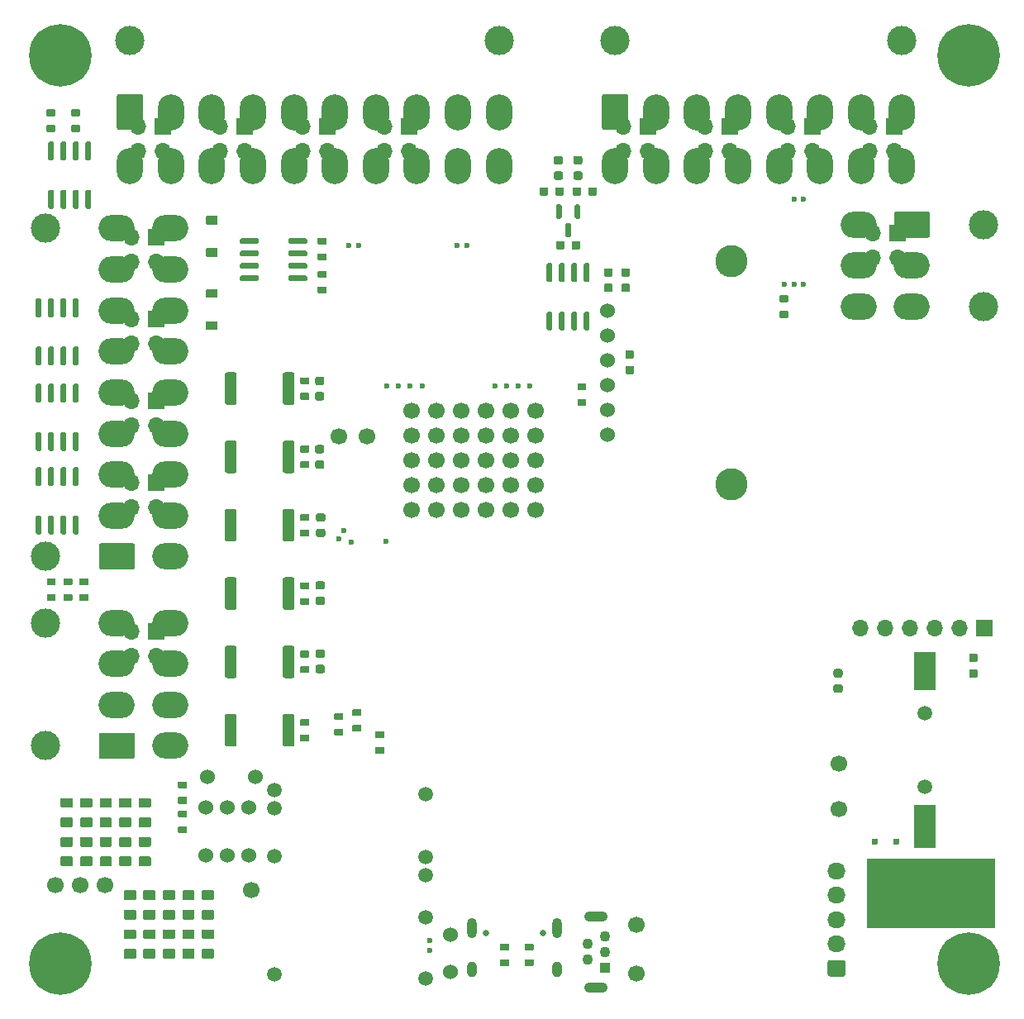
<source format=gbs>
G04 #@! TF.GenerationSoftware,KiCad,Pcbnew,8.0.1-8.0.1-1~ubuntu22.04.1*
G04 #@! TF.CreationDate,2024-04-13T16:01:45+00:00*
G04 #@! TF.ProjectId,uaefi,75616566-692e-46b6-9963-61645f706362,C*
G04 #@! TF.SameCoordinates,Original*
G04 #@! TF.FileFunction,Soldermask,Bot*
G04 #@! TF.FilePolarity,Negative*
%FSLAX46Y46*%
G04 Gerber Fmt 4.6, Leading zero omitted, Abs format (unit mm)*
G04 Created by KiCad (PCBNEW 8.0.1-8.0.1-1~ubuntu22.04.1) date 2024-04-13 16:01:45*
%MOMM*%
%LPD*%
G01*
G04 APERTURE LIST*
%ADD10C,0.120000*%
%ADD11R,1.700000X1.700000*%
%ADD12O,1.700000X1.700000*%
%ADD13C,3.000000*%
%ADD14O,2.700000X3.700000*%
%ADD15C,1.700000*%
%ADD16C,0.800000*%
%ADD17C,6.400000*%
%ADD18C,1.524000*%
%ADD19O,1.850000X1.700000*%
%ADD20C,0.600000*%
%ADD21R,1.100000X1.100000*%
%ADD22C,1.100000*%
%ADD23O,2.400000X1.100000*%
%ADD24C,1.500000*%
%ADD25C,0.599999*%
%ADD26O,3.700000X2.700000*%
%ADD27C,0.650000*%
%ADD28O,1.000000X2.100000*%
%ADD29O,1.000000X1.600000*%
%ADD30C,3.302000*%
%ADD31R,2.299995X4.399991*%
%ADD32R,2.299995X3.999992*%
G04 APERTURE END LIST*
D10*
G04 #@! TO.C,U5*
X99150000Y7225000D02*
X86150000Y7225000D01*
X86150000Y14225000D01*
X99150000Y14225000D01*
X99150000Y7225000D01*
G36*
X99150000Y7225000D02*
G01*
X86150000Y7225000D01*
X86150000Y14225000D01*
X99150000Y14225000D01*
X99150000Y7225000D01*
G37*
G04 #@! TD*
D11*
G04 #@! TO.C,J21*
X13315000Y52750000D03*
D12*
X10775000Y52750000D03*
X13315000Y50210000D03*
X10775000Y50210000D03*
G04 #@! TD*
D13*
G04 #@! TO.C,J10*
X60300000Y98025000D03*
X89700000Y98025000D03*
G36*
G01*
X58950000Y89125001D02*
X58950000Y92324999D01*
G75*
G02*
X59200001Y92575000I250001J0D01*
G01*
X61399999Y92575000D01*
G75*
G02*
X61650000Y92324999I0J-250001D01*
G01*
X61650000Y89125001D01*
G75*
G02*
X61399999Y88875000I-250001J0D01*
G01*
X59200001Y88875000D01*
G75*
G02*
X58950000Y89125001I0J250001D01*
G01*
G37*
D14*
X64500000Y90725000D03*
X68700000Y90725000D03*
X72900000Y90725000D03*
X77100000Y90725000D03*
X81300000Y90725000D03*
X85500000Y90725000D03*
X89700000Y90725000D03*
X60300000Y85225000D03*
X64500000Y85225000D03*
X68700000Y85225000D03*
X72900000Y85225000D03*
X77100000Y85225000D03*
X81300000Y85225000D03*
X85500000Y85225000D03*
X89700000Y85225000D03*
G04 #@! TD*
D15*
G04 #@! TO.C,P8*
X83200000Y19300000D03*
G04 #@! TD*
D11*
G04 #@! TO.C,J20*
X13315000Y61150000D03*
D12*
X10775000Y61150000D03*
X13315000Y58610000D03*
X10775000Y58610000D03*
G04 #@! TD*
D13*
G04 #@! TO.C,J2*
X10600000Y98025000D03*
X48400000Y98025000D03*
G36*
G01*
X9250000Y89125001D02*
X9250000Y92324999D01*
G75*
G02*
X9500001Y92575000I250001J0D01*
G01*
X11699999Y92575000D01*
G75*
G02*
X11950000Y92324999I0J-250001D01*
G01*
X11950000Y89125001D01*
G75*
G02*
X11699999Y88875000I-250001J0D01*
G01*
X9500001Y88875000D01*
G75*
G02*
X9250000Y89125001I0J250001D01*
G01*
G37*
D14*
X14800000Y90725000D03*
X19000000Y90725000D03*
X23200000Y90725000D03*
X27400000Y90725000D03*
X31600000Y90725000D03*
X35800000Y90725000D03*
X40000000Y90725000D03*
X44200000Y90725000D03*
X48400000Y90725000D03*
X10600000Y85225000D03*
X14800000Y85225000D03*
X19000000Y85225000D03*
X23200000Y85225000D03*
X27400000Y85225000D03*
X31600000Y85225000D03*
X35800000Y85225000D03*
X40000000Y85225000D03*
X44200000Y85225000D03*
X48400000Y85225000D03*
G04 #@! TD*
D11*
G04 #@! TO.C,J17*
X39190000Y89225000D03*
D12*
X36650000Y89225000D03*
X39190000Y86685000D03*
X36650000Y86685000D03*
G04 #@! TD*
D15*
G04 #@! TO.C,P1*
X32000000Y57500000D03*
G04 #@! TD*
G04 #@! TO.C,P2*
X34900000Y57500000D03*
G04 #@! TD*
G04 #@! TO.C,P15*
X5540000Y11500000D03*
G04 #@! TD*
D16*
G04 #@! TO.C,H1*
X1100000Y96500000D03*
X1802944Y98197056D03*
X1802944Y94802944D03*
X3500000Y98900000D03*
D17*
X3500000Y96500000D03*
D16*
X3500000Y94100000D03*
X5197056Y98197056D03*
X5197056Y94802944D03*
X5900000Y96500000D03*
G04 #@! TD*
G04 #@! TO.C,H4*
X94100000Y96500000D03*
X94802944Y98197056D03*
X94802944Y94802944D03*
X96500000Y98900000D03*
D17*
X96500000Y96500000D03*
D16*
X96500000Y94100000D03*
X98197056Y98197056D03*
X98197056Y94802944D03*
X98900000Y96500000D03*
G04 #@! TD*
D18*
G04 #@! TO.C,F4*
X18400000Y19450000D03*
X18400000Y14550000D03*
G04 #@! TD*
G04 #@! TO.C,J7*
G36*
G01*
X83675000Y2150000D02*
X82325000Y2150000D01*
G75*
G02*
X82075000Y2400000I0J250000D01*
G01*
X82075000Y3600000D01*
G75*
G02*
X82325000Y3850000I250000J0D01*
G01*
X83675000Y3850000D01*
G75*
G02*
X83925000Y3600000I0J-250000D01*
G01*
X83925000Y2400000D01*
G75*
G02*
X83675000Y2150000I-250000J0D01*
G01*
G37*
D19*
X83000000Y5500000D03*
X83000000Y8000000D03*
X83000000Y10500000D03*
X83000000Y13000000D03*
G04 #@! TD*
D15*
G04 #@! TO.C,P4*
X62500000Y7500000D03*
G04 #@! TD*
D16*
G04 #@! TO.C,H2*
X1100000Y3500000D03*
X1802944Y5197056D03*
X1802944Y1802944D03*
X3500000Y5900000D03*
D17*
X3500000Y3500000D03*
D16*
X3500000Y1100000D03*
X5197056Y5197056D03*
X5197056Y1802944D03*
X5900000Y3500000D03*
G04 #@! TD*
D20*
G04 #@! TO.C,M3*
X49175000Y62675000D03*
X47975000Y62675000D03*
X50375000Y62675000D03*
X51575000Y62675000D03*
X45115000Y77100000D03*
X44115000Y77100000D03*
G04 #@! TD*
D15*
G04 #@! TO.C,P17*
X3000000Y11500000D03*
G04 #@! TD*
D21*
G04 #@! TO.C,J8*
X59250000Y3100000D03*
D22*
X57500000Y3900000D03*
X59250000Y4700000D03*
X57500000Y5500000D03*
X59250000Y6300000D03*
D23*
X58375000Y1050000D03*
X58375000Y8350000D03*
G04 #@! TD*
D18*
G04 #@! TO.C,F3*
X20600000Y19450000D03*
X20600000Y14550000D03*
G04 #@! TD*
D20*
G04 #@! TO.C,M2*
X79574999Y73125000D03*
X78624999Y73125000D03*
X77675001Y73125000D03*
X78674999Y81825000D03*
X79574999Y81825000D03*
G04 #@! TD*
D15*
G04 #@! TO.C,P18*
X23000000Y11000000D03*
G04 #@! TD*
D24*
G04 #@! TO.C,M1*
X40874995Y20824999D03*
X40874995Y14425002D03*
X40874995Y12524999D03*
X40874995Y8224999D03*
D20*
X41324994Y5825002D03*
X41324994Y4825001D03*
D24*
X40874995Y1974999D03*
X25374998Y21275001D03*
X25374998Y19425002D03*
X25374998Y14474999D03*
X25374998Y2425001D03*
G04 #@! TD*
D25*
G04 #@! TO.C,M7*
X31999999Y46975001D03*
X32524999Y47850003D03*
X33274997Y46674999D03*
X36824998Y46750002D03*
G04 #@! TD*
D11*
G04 #@! TO.C,J11*
X80490000Y89225000D03*
D12*
X77950000Y89225000D03*
X80490000Y86685000D03*
X77950000Y86685000D03*
G04 #@! TD*
D13*
G04 #@! TO.C,J5*
X1975000Y45200000D03*
X1975000Y78800000D03*
G36*
G01*
X10874999Y43850000D02*
X7675001Y43850000D01*
G75*
G02*
X7425000Y44100001I0J250001D01*
G01*
X7425000Y46299999D01*
G75*
G02*
X7675001Y46550000I250001J0D01*
G01*
X10874999Y46550000D01*
G75*
G02*
X11125000Y46299999I0J-250001D01*
G01*
X11125000Y44100001D01*
G75*
G02*
X10874999Y43850000I-250001J0D01*
G01*
G37*
D26*
X9275000Y49400000D03*
X9275000Y53600000D03*
X9275000Y57800000D03*
X9275000Y62000000D03*
X9275000Y66200000D03*
X9275000Y70400000D03*
X9275000Y74600000D03*
X9275000Y78800000D03*
X14775000Y45200000D03*
X14775000Y49400000D03*
X14775000Y53600000D03*
X14775000Y57800000D03*
X14775000Y62000000D03*
X14775000Y66200000D03*
X14775000Y70400000D03*
X14775000Y74600000D03*
X14775000Y78800000D03*
G04 #@! TD*
D11*
G04 #@! TO.C,J1*
X88890000Y89225000D03*
D12*
X86350000Y89225000D03*
X88890000Y86685000D03*
X86350000Y86685000D03*
G04 #@! TD*
D13*
G04 #@! TO.C,J3*
X98025000Y79200000D03*
X98025000Y70800000D03*
G36*
G01*
X89125001Y80550000D02*
X92324999Y80550000D01*
G75*
G02*
X92575000Y80299999I0J-250001D01*
G01*
X92575000Y78100001D01*
G75*
G02*
X92324999Y77850000I-250001J0D01*
G01*
X89125001Y77850000D01*
G75*
G02*
X88875000Y78100001I0J250001D01*
G01*
X88875000Y80299999D01*
G75*
G02*
X89125001Y80550000I250001J0D01*
G01*
G37*
D26*
X90725000Y75000000D03*
X90725000Y70800000D03*
X85225000Y79200000D03*
X85225000Y75000000D03*
X85225000Y70800000D03*
G04 #@! TD*
D11*
G04 #@! TO.C,J16*
X30790000Y89225000D03*
D12*
X28250000Y89225000D03*
X30790000Y86685000D03*
X28250000Y86685000D03*
G04 #@! TD*
D18*
G04 #@! TO.C,F1*
X22800000Y19450000D03*
X22800000Y14550000D03*
G04 #@! TD*
D15*
G04 #@! TO.C,G3*
X39500000Y49960000D03*
X39500000Y52500000D03*
X39500000Y55040000D03*
X39500000Y57580000D03*
X39500000Y60120000D03*
X42040000Y49960000D03*
X42040000Y52500000D03*
X42040000Y55040000D03*
X42040000Y57580000D03*
X42040000Y60120000D03*
X44580000Y49960000D03*
X44580000Y52500000D03*
X44580000Y55040000D03*
X44580000Y57580000D03*
X44580000Y60120000D03*
G04 #@! TD*
G04 #@! TO.C,P3*
X62500000Y2500000D03*
G04 #@! TD*
D18*
G04 #@! TO.C,R4*
X43474609Y6474609D03*
X43474609Y2664609D03*
G04 #@! TD*
D11*
G04 #@! TO.C,J24*
X89265000Y78350000D03*
D12*
X86725000Y78350000D03*
X89265000Y75810000D03*
X86725000Y75810000D03*
G04 #@! TD*
D13*
G04 #@! TO.C,J4*
X1975000Y25800000D03*
X1975000Y38400000D03*
G36*
G01*
X10874999Y24450000D02*
X7675001Y24450000D01*
G75*
G02*
X7425000Y24700001I0J250001D01*
G01*
X7425000Y26899999D01*
G75*
G02*
X7675001Y27150000I250001J0D01*
G01*
X10874999Y27150000D01*
G75*
G02*
X11125000Y26899999I0J-250001D01*
G01*
X11125000Y24700001D01*
G75*
G02*
X10874999Y24450000I-250001J0D01*
G01*
G37*
D26*
X9275000Y30000000D03*
X9275000Y34200000D03*
X9275000Y38400000D03*
X14775000Y25800000D03*
X14775000Y30000000D03*
X14775000Y34200000D03*
X14775000Y38400000D03*
G04 #@! TD*
D15*
G04 #@! TO.C,P7*
X83200000Y24000000D03*
G04 #@! TD*
D11*
G04 #@! TO.C,J13*
X63690000Y89225000D03*
D12*
X61150000Y89225000D03*
X63690000Y86685000D03*
X61150000Y86685000D03*
G04 #@! TD*
D27*
G04 #@! TO.C,J9*
X47110000Y6605000D03*
X52890000Y6605000D03*
D28*
X45680000Y7105000D03*
D29*
X45680000Y2925000D03*
D28*
X54320000Y7105000D03*
D29*
X54320000Y2925000D03*
G04 #@! TD*
D16*
G04 #@! TO.C,H3*
X94100000Y3500000D03*
X94802944Y5197056D03*
X94802944Y1802944D03*
X96500000Y5900000D03*
D17*
X96500000Y3500000D03*
D16*
X96500000Y1100000D03*
X98197056Y5197056D03*
X98197056Y1802944D03*
X98900000Y3500000D03*
G04 #@! TD*
D20*
G04 #@! TO.C,M4*
X38125000Y62675000D03*
X36925000Y62675000D03*
X39325000Y62675000D03*
X40525000Y62675000D03*
X34065000Y77100000D03*
X33065000Y77100000D03*
G04 #@! TD*
D11*
G04 #@! TO.C,J14*
X13990000Y89225000D03*
D12*
X11450000Y89225000D03*
X13990000Y86685000D03*
X11450000Y86685000D03*
G04 #@! TD*
D11*
G04 #@! TO.C,J18*
X13315000Y77950000D03*
D12*
X10775000Y77950000D03*
X13315000Y75410000D03*
X10775000Y75410000D03*
G04 #@! TD*
D18*
G04 #@! TO.C,F2*
X18550000Y22600000D03*
X23450000Y22600000D03*
G04 #@! TD*
D11*
G04 #@! TO.C,J15*
X22390000Y89225000D03*
D12*
X19850000Y89225000D03*
X22390000Y86685000D03*
X19850000Y86685000D03*
G04 #@! TD*
D11*
G04 #@! TO.C,J6*
X98150000Y37900000D03*
D12*
X95610000Y37900000D03*
X93070000Y37900000D03*
X90530000Y37900000D03*
X87990000Y37900000D03*
X85450000Y37900000D03*
G04 #@! TD*
D11*
G04 #@! TO.C,J19*
X13315000Y69550000D03*
D12*
X10775000Y69550000D03*
X13315000Y67010000D03*
X10775000Y67010000D03*
G04 #@! TD*
D11*
G04 #@! TO.C,J22*
X13315000Y37550000D03*
D12*
X10775000Y37550000D03*
X13315000Y35010000D03*
X10775000Y35010000D03*
G04 #@! TD*
D11*
G04 #@! TO.C,J12*
X72090000Y89225000D03*
D12*
X69550000Y89225000D03*
X72090000Y86685000D03*
X69550000Y86685000D03*
G04 #@! TD*
D30*
G04 #@! TO.C,U3*
X72203250Y75430000D03*
X72203250Y52570000D03*
D18*
X59503250Y70350000D03*
X59503250Y67810000D03*
X59503250Y65270000D03*
X59503250Y62730000D03*
X59503250Y60190000D03*
X59503250Y57650000D03*
G04 #@! TD*
D15*
G04 #@! TO.C,P16*
X8080000Y11500000D03*
G04 #@! TD*
G04 #@! TO.C,G4*
X47120000Y49960000D03*
X47120000Y52500000D03*
X47120000Y55040000D03*
X47120000Y57580000D03*
X47120000Y60120000D03*
X49660000Y49960000D03*
X49660000Y52500000D03*
X49660000Y55040000D03*
X49660000Y57580000D03*
X49660000Y60120000D03*
X52200000Y49960000D03*
X52200000Y52500000D03*
X52200000Y55040000D03*
X52200000Y57580000D03*
X52200000Y60120000D03*
G04 #@! TD*
G04 #@! TO.C,D8*
G36*
G01*
X54400000Y81257023D02*
X54700000Y81257023D01*
G75*
G02*
X54850000Y81107023I0J-150000D01*
G01*
X54850000Y79932023D01*
G75*
G02*
X54700000Y79782023I-150000J0D01*
G01*
X54400000Y79782023D01*
G75*
G02*
X54250000Y79932023I0J150000D01*
G01*
X54250000Y81107023D01*
G75*
G02*
X54400000Y81257023I150000J0D01*
G01*
G37*
G36*
G01*
X56300000Y81257023D02*
X56600000Y81257023D01*
G75*
G02*
X56750000Y81107023I0J-150000D01*
G01*
X56750000Y79932023D01*
G75*
G02*
X56600000Y79782023I-150000J0D01*
G01*
X56300000Y79782023D01*
G75*
G02*
X56150000Y79932023I0J150000D01*
G01*
X56150000Y81107023D01*
G75*
G02*
X56300000Y81257023I150000J0D01*
G01*
G37*
G36*
G01*
X55350000Y79382023D02*
X55650000Y79382023D01*
G75*
G02*
X55800000Y79232023I0J-150000D01*
G01*
X55800000Y78057023D01*
G75*
G02*
X55650000Y77907023I-150000J0D01*
G01*
X55350000Y77907023D01*
G75*
G02*
X55200000Y78057023I0J150000D01*
G01*
X55200000Y79232023D01*
G75*
G02*
X55350000Y79382023I150000J0D01*
G01*
G37*
G04 #@! TD*
G04 #@! TO.C,C10*
G36*
G01*
X12650000Y13460000D02*
X11600000Y13460000D01*
G75*
G02*
X11500000Y13560000I0J100000D01*
G01*
X11500000Y14360000D01*
G75*
G02*
X11600000Y14460000I100000J0D01*
G01*
X12650000Y14460000D01*
G75*
G02*
X12750000Y14360000I0J-100000D01*
G01*
X12750000Y13560000D01*
G75*
G02*
X12650000Y13460000I-100000J0D01*
G01*
G37*
G36*
G01*
X12650000Y15460000D02*
X11600000Y15460000D01*
G75*
G02*
X11500000Y15560000I0J100000D01*
G01*
X11500000Y16360000D01*
G75*
G02*
X11600000Y16460000I100000J0D01*
G01*
X12650000Y16460000D01*
G75*
G02*
X12750000Y16360000I0J-100000D01*
G01*
X12750000Y15560000D01*
G75*
G02*
X12650000Y15460000I-100000J0D01*
G01*
G37*
G04 #@! TD*
G04 #@! TO.C,C27*
G36*
G01*
X61460000Y66315001D02*
X62140000Y66315001D01*
G75*
G02*
X62225000Y66230001I0J-85000D01*
G01*
X62225000Y65550001D01*
G75*
G02*
X62140000Y65465001I-85000J0D01*
G01*
X61460000Y65465001D01*
G75*
G02*
X61375000Y65550001I0J85000D01*
G01*
X61375000Y66230001D01*
G75*
G02*
X61460000Y66315001I85000J0D01*
G01*
G37*
G36*
G01*
X61460000Y64734999D02*
X62140000Y64734999D01*
G75*
G02*
X62225000Y64649999I0J-85000D01*
G01*
X62225000Y63969999D01*
G75*
G02*
X62140000Y63884999I-85000J0D01*
G01*
X61460000Y63884999D01*
G75*
G02*
X61375000Y63969999I0J85000D01*
G01*
X61375000Y64649999D01*
G75*
G02*
X61460000Y64734999I85000J0D01*
G01*
G37*
G04 #@! TD*
G04 #@! TO.C,D4*
G36*
G01*
X19510000Y75900000D02*
X18490000Y75900000D01*
G75*
G02*
X18400000Y75990000I0J90000D01*
G01*
X18400000Y76710000D01*
G75*
G02*
X18490000Y76800000I90000J0D01*
G01*
X19510000Y76800000D01*
G75*
G02*
X19600000Y76710000I0J-90000D01*
G01*
X19600000Y75990000D01*
G75*
G02*
X19510000Y75900000I-90000J0D01*
G01*
G37*
G36*
G01*
X19510000Y79200000D02*
X18490000Y79200000D01*
G75*
G02*
X18400000Y79290000I0J90000D01*
G01*
X18400000Y80010000D01*
G75*
G02*
X18490000Y80100000I90000J0D01*
G01*
X19510000Y80100000D01*
G75*
G02*
X19600000Y80010000I0J-90000D01*
G01*
X19600000Y79290000D01*
G75*
G02*
X19510000Y79200000I-90000J0D01*
G01*
G37*
G04 #@! TD*
D24*
G04 #@! TO.C,BT1*
X92000000Y21600142D03*
X92000000Y29100000D03*
D31*
X92000000Y17500048D03*
D32*
X92000000Y33500067D03*
G04 #@! TD*
G04 #@! TO.C,U10*
G36*
G01*
X1095000Y62900000D02*
X1395000Y62900000D01*
G75*
G02*
X1545000Y62750000I0J-150000D01*
G01*
X1545000Y61100000D01*
G75*
G02*
X1395000Y60950000I-150000J0D01*
G01*
X1095000Y60950000D01*
G75*
G02*
X945000Y61100000I0J150000D01*
G01*
X945000Y62750000D01*
G75*
G02*
X1095000Y62900000I150000J0D01*
G01*
G37*
G36*
G01*
X2365000Y62900000D02*
X2665000Y62900000D01*
G75*
G02*
X2815000Y62750000I0J-150000D01*
G01*
X2815000Y61100000D01*
G75*
G02*
X2665000Y60950000I-150000J0D01*
G01*
X2365000Y60950000D01*
G75*
G02*
X2215000Y61100000I0J150000D01*
G01*
X2215000Y62750000D01*
G75*
G02*
X2365000Y62900000I150000J0D01*
G01*
G37*
G36*
G01*
X3635000Y62900000D02*
X3935000Y62900000D01*
G75*
G02*
X4085000Y62750000I0J-150000D01*
G01*
X4085000Y61100000D01*
G75*
G02*
X3935000Y60950000I-150000J0D01*
G01*
X3635000Y60950000D01*
G75*
G02*
X3485000Y61100000I0J150000D01*
G01*
X3485000Y62750000D01*
G75*
G02*
X3635000Y62900000I150000J0D01*
G01*
G37*
G36*
G01*
X4905000Y62900000D02*
X5205000Y62900000D01*
G75*
G02*
X5355000Y62750000I0J-150000D01*
G01*
X5355000Y61100000D01*
G75*
G02*
X5205000Y60950000I-150000J0D01*
G01*
X4905000Y60950000D01*
G75*
G02*
X4755000Y61100000I0J150000D01*
G01*
X4755000Y62750000D01*
G75*
G02*
X4905000Y62900000I150000J0D01*
G01*
G37*
G36*
G01*
X4905000Y57950000D02*
X5205000Y57950000D01*
G75*
G02*
X5355000Y57800000I0J-150000D01*
G01*
X5355000Y56150000D01*
G75*
G02*
X5205000Y56000000I-150000J0D01*
G01*
X4905000Y56000000D01*
G75*
G02*
X4755000Y56150000I0J150000D01*
G01*
X4755000Y57800000D01*
G75*
G02*
X4905000Y57950000I150000J0D01*
G01*
G37*
G36*
G01*
X3635000Y57950000D02*
X3935000Y57950000D01*
G75*
G02*
X4085000Y57800000I0J-150000D01*
G01*
X4085000Y56150000D01*
G75*
G02*
X3935000Y56000000I-150000J0D01*
G01*
X3635000Y56000000D01*
G75*
G02*
X3485000Y56150000I0J150000D01*
G01*
X3485000Y57800000D01*
G75*
G02*
X3635000Y57950000I150000J0D01*
G01*
G37*
G36*
G01*
X2365000Y57950000D02*
X2665000Y57950000D01*
G75*
G02*
X2815000Y57800000I0J-150000D01*
G01*
X2815000Y56150000D01*
G75*
G02*
X2665000Y56000000I-150000J0D01*
G01*
X2365000Y56000000D01*
G75*
G02*
X2215000Y56150000I0J150000D01*
G01*
X2215000Y57800000D01*
G75*
G02*
X2365000Y57950000I150000J0D01*
G01*
G37*
G36*
G01*
X1095000Y57950000D02*
X1395000Y57950000D01*
G75*
G02*
X1545000Y57800000I0J-150000D01*
G01*
X1545000Y56150000D01*
G75*
G02*
X1395000Y56000000I-150000J0D01*
G01*
X1095000Y56000000D01*
G75*
G02*
X945000Y56150000I0J150000D01*
G01*
X945000Y57800000D01*
G75*
G02*
X1095000Y57950000I150000J0D01*
G01*
G37*
G04 #@! TD*
G04 #@! TO.C,R31*
G36*
G01*
X2940000Y40650000D02*
X2160000Y40650000D01*
G75*
G02*
X2090000Y40720000I0J70000D01*
G01*
X2090000Y41280000D01*
G75*
G02*
X2160000Y41350000I70000J0D01*
G01*
X2940000Y41350000D01*
G75*
G02*
X3010000Y41280000I0J-70000D01*
G01*
X3010000Y40720000D01*
G75*
G02*
X2940000Y40650000I-70000J0D01*
G01*
G37*
G36*
G01*
X2940000Y42250000D02*
X2160000Y42250000D01*
G75*
G02*
X2090000Y42320000I0J70000D01*
G01*
X2090000Y42880000D01*
G75*
G02*
X2160000Y42950000I70000J0D01*
G01*
X2940000Y42950000D01*
G75*
G02*
X3010000Y42880000I0J-70000D01*
G01*
X3010000Y42320000D01*
G75*
G02*
X2940000Y42250000I-70000J0D01*
G01*
G37*
G04 #@! TD*
G04 #@! TO.C,C30*
G36*
G01*
X58405002Y82940000D02*
X58405002Y82260000D01*
G75*
G02*
X58320002Y82175000I-85000J0D01*
G01*
X57640002Y82175000D01*
G75*
G02*
X57555002Y82260000I0J85000D01*
G01*
X57555002Y82940000D01*
G75*
G02*
X57640002Y83025000I85000J0D01*
G01*
X58320002Y83025000D01*
G75*
G02*
X58405002Y82940000I0J-85000D01*
G01*
G37*
G36*
G01*
X56825000Y82940000D02*
X56825000Y82260000D01*
G75*
G02*
X56740000Y82175000I-85000J0D01*
G01*
X56060000Y82175000D01*
G75*
G02*
X55975000Y82260000I0J85000D01*
G01*
X55975000Y82940000D01*
G75*
G02*
X56060000Y83025000I85000J0D01*
G01*
X56740000Y83025000D01*
G75*
G02*
X56825000Y82940000I0J-85000D01*
G01*
G37*
G04 #@! TD*
G04 #@! TO.C,C7*
G36*
G01*
X6650000Y13460000D02*
X5600000Y13460000D01*
G75*
G02*
X5500000Y13560000I0J100000D01*
G01*
X5500000Y14360000D01*
G75*
G02*
X5600000Y14460000I100000J0D01*
G01*
X6650000Y14460000D01*
G75*
G02*
X6750000Y14360000I0J-100000D01*
G01*
X6750000Y13560000D01*
G75*
G02*
X6650000Y13460000I-100000J0D01*
G01*
G37*
G36*
G01*
X6650000Y15460000D02*
X5600000Y15460000D01*
G75*
G02*
X5500000Y15560000I0J100000D01*
G01*
X5500000Y16360000D01*
G75*
G02*
X5600000Y16460000I100000J0D01*
G01*
X6650000Y16460000D01*
G75*
G02*
X6750000Y16360000I0J-100000D01*
G01*
X6750000Y15560000D01*
G75*
G02*
X6650000Y15460000I-100000J0D01*
G01*
G37*
G04 #@! TD*
G04 #@! TO.C,C33*
G36*
G01*
X96660000Y35215001D02*
X97340000Y35215001D01*
G75*
G02*
X97425000Y35130001I0J-85000D01*
G01*
X97425000Y34450001D01*
G75*
G02*
X97340000Y34365001I-85000J0D01*
G01*
X96660000Y34365001D01*
G75*
G02*
X96575000Y34450001I0J85000D01*
G01*
X96575000Y35130001D01*
G75*
G02*
X96660000Y35215001I85000J0D01*
G01*
G37*
G36*
G01*
X96660000Y33634999D02*
X97340000Y33634999D01*
G75*
G02*
X97425000Y33549999I0J-85000D01*
G01*
X97425000Y32869999D01*
G75*
G02*
X97340000Y32784999I-85000J0D01*
G01*
X96660000Y32784999D01*
G75*
G02*
X96575000Y32869999I0J85000D01*
G01*
X96575000Y33549999D01*
G75*
G02*
X96660000Y33634999I85000J0D01*
G01*
G37*
G04 #@! TD*
G04 #@! TO.C,C29*
G36*
G01*
X54284999Y76742023D02*
X54284999Y77422023D01*
G75*
G02*
X54369999Y77507023I85000J0D01*
G01*
X55049999Y77507023D01*
G75*
G02*
X55134999Y77422023I0J-85000D01*
G01*
X55134999Y76742023D01*
G75*
G02*
X55049999Y76657023I-85000J0D01*
G01*
X54369999Y76657023D01*
G75*
G02*
X54284999Y76742023I0J85000D01*
G01*
G37*
G36*
G01*
X55865001Y76742023D02*
X55865001Y77422023D01*
G75*
G02*
X55950001Y77507023I85000J0D01*
G01*
X56630001Y77507023D01*
G75*
G02*
X56715001Y77422023I0J-85000D01*
G01*
X56715001Y76742023D01*
G75*
G02*
X56630001Y76657023I-85000J0D01*
G01*
X55950001Y76657023D01*
G75*
G02*
X55865001Y76742023I0J85000D01*
G01*
G37*
G04 #@! TD*
G04 #@! TO.C,R34*
G36*
G01*
X6290000Y40650000D02*
X5510000Y40650000D01*
G75*
G02*
X5440000Y40720000I0J70000D01*
G01*
X5440000Y41280000D01*
G75*
G02*
X5510000Y41350000I70000J0D01*
G01*
X6290000Y41350000D01*
G75*
G02*
X6360000Y41280000I0J-70000D01*
G01*
X6360000Y40720000D01*
G75*
G02*
X6290000Y40650000I-70000J0D01*
G01*
G37*
G36*
G01*
X6290000Y42250000D02*
X5510000Y42250000D01*
G75*
G02*
X5440000Y42320000I0J70000D01*
G01*
X5440000Y42880000D01*
G75*
G02*
X5510000Y42950000I70000J0D01*
G01*
X6290000Y42950000D01*
G75*
G02*
X6360000Y42880000I0J-70000D01*
G01*
X6360000Y42320000D01*
G75*
G02*
X6290000Y42250000I-70000J0D01*
G01*
G37*
G04 #@! TD*
G04 #@! TO.C,C17*
G36*
G01*
X16075000Y11000000D02*
X17125000Y11000000D01*
G75*
G02*
X17225000Y10900000I0J-100000D01*
G01*
X17225000Y10100000D01*
G75*
G02*
X17125000Y10000000I-100000J0D01*
G01*
X16075000Y10000000D01*
G75*
G02*
X15975000Y10100000I0J100000D01*
G01*
X15975000Y10900000D01*
G75*
G02*
X16075000Y11000000I100000J0D01*
G01*
G37*
G36*
G01*
X16075000Y9000000D02*
X17125000Y9000000D01*
G75*
G02*
X17225000Y8900000I0J-100000D01*
G01*
X17225000Y8100000D01*
G75*
G02*
X17125000Y8000000I-100000J0D01*
G01*
X16075000Y8000000D01*
G75*
G02*
X15975000Y8100000I0J100000D01*
G01*
X15975000Y8900000D01*
G75*
G02*
X16075000Y9000000I100000J0D01*
G01*
G37*
G04 #@! TD*
G04 #@! TO.C,R20*
G36*
G01*
X27475000Y63825000D02*
X27475000Y60975000D01*
G75*
G02*
X27225000Y60725000I-250000J0D01*
G01*
X26500000Y60725000D01*
G75*
G02*
X26250000Y60975000I0J250000D01*
G01*
X26250000Y63825000D01*
G75*
G02*
X26500000Y64075000I250000J0D01*
G01*
X27225000Y64075000D01*
G75*
G02*
X27475000Y63825000I0J-250000D01*
G01*
G37*
G36*
G01*
X21550000Y63825000D02*
X21550000Y60975000D01*
G75*
G02*
X21300000Y60725000I-250000J0D01*
G01*
X20575000Y60725000D01*
G75*
G02*
X20325000Y60975000I0J250000D01*
G01*
X20325000Y63825000D01*
G75*
G02*
X20575000Y64075000I250000J0D01*
G01*
X21300000Y64075000D01*
G75*
G02*
X21550000Y63825000I0J-250000D01*
G01*
G37*
G04 #@! TD*
G04 #@! TO.C,C3*
G36*
G01*
X7600000Y20460000D02*
X8650000Y20460000D01*
G75*
G02*
X8750000Y20360000I0J-100000D01*
G01*
X8750000Y19560000D01*
G75*
G02*
X8650000Y19460000I-100000J0D01*
G01*
X7600000Y19460000D01*
G75*
G02*
X7500000Y19560000I0J100000D01*
G01*
X7500000Y20360000D01*
G75*
G02*
X7600000Y20460000I100000J0D01*
G01*
G37*
G36*
G01*
X7600000Y18460000D02*
X8650000Y18460000D01*
G75*
G02*
X8750000Y18360000I0J-100000D01*
G01*
X8750000Y17560000D01*
G75*
G02*
X8650000Y17460000I-100000J0D01*
G01*
X7600000Y17460000D01*
G75*
G02*
X7500000Y17560000I0J100000D01*
G01*
X7500000Y18360000D01*
G75*
G02*
X7600000Y18460000I100000J0D01*
G01*
G37*
G04 #@! TD*
G04 #@! TO.C,C23*
G36*
G01*
X19125000Y4000000D02*
X18075000Y4000000D01*
G75*
G02*
X17975000Y4100000I0J100000D01*
G01*
X17975000Y4900000D01*
G75*
G02*
X18075000Y5000000I100000J0D01*
G01*
X19125000Y5000000D01*
G75*
G02*
X19225000Y4900000I0J-100000D01*
G01*
X19225000Y4100000D01*
G75*
G02*
X19125000Y4000000I-100000J0D01*
G01*
G37*
G36*
G01*
X19125000Y6000000D02*
X18075000Y6000000D01*
G75*
G02*
X17975000Y6100000I0J100000D01*
G01*
X17975000Y6900000D01*
G75*
G02*
X18075000Y7000000I100000J0D01*
G01*
X19125000Y7000000D01*
G75*
G02*
X19225000Y6900000I0J-100000D01*
G01*
X19225000Y6100000D01*
G75*
G02*
X19125000Y6000000I-100000J0D01*
G01*
G37*
G04 #@! TD*
G04 #@! TO.C,U4*
G36*
G01*
X53445000Y75250000D02*
X53745000Y75250000D01*
G75*
G02*
X53895000Y75100000I0J-150000D01*
G01*
X53895000Y73450000D01*
G75*
G02*
X53745000Y73300000I-150000J0D01*
G01*
X53445000Y73300000D01*
G75*
G02*
X53295000Y73450000I0J150000D01*
G01*
X53295000Y75100000D01*
G75*
G02*
X53445000Y75250000I150000J0D01*
G01*
G37*
G36*
G01*
X54715000Y75250000D02*
X55015000Y75250000D01*
G75*
G02*
X55165000Y75100000I0J-150000D01*
G01*
X55165000Y73450000D01*
G75*
G02*
X55015000Y73300000I-150000J0D01*
G01*
X54715000Y73300000D01*
G75*
G02*
X54565000Y73450000I0J150000D01*
G01*
X54565000Y75100000D01*
G75*
G02*
X54715000Y75250000I150000J0D01*
G01*
G37*
G36*
G01*
X55985000Y75250000D02*
X56285000Y75250000D01*
G75*
G02*
X56435000Y75100000I0J-150000D01*
G01*
X56435000Y73450000D01*
G75*
G02*
X56285000Y73300000I-150000J0D01*
G01*
X55985000Y73300000D01*
G75*
G02*
X55835000Y73450000I0J150000D01*
G01*
X55835000Y75100000D01*
G75*
G02*
X55985000Y75250000I150000J0D01*
G01*
G37*
G36*
G01*
X57255000Y75250000D02*
X57555000Y75250000D01*
G75*
G02*
X57705000Y75100000I0J-150000D01*
G01*
X57705000Y73450000D01*
G75*
G02*
X57555000Y73300000I-150000J0D01*
G01*
X57255000Y73300000D01*
G75*
G02*
X57105000Y73450000I0J150000D01*
G01*
X57105000Y75100000D01*
G75*
G02*
X57255000Y75250000I150000J0D01*
G01*
G37*
G36*
G01*
X57255000Y70300000D02*
X57555000Y70300000D01*
G75*
G02*
X57705000Y70150000I0J-150000D01*
G01*
X57705000Y68500000D01*
G75*
G02*
X57555000Y68350000I-150000J0D01*
G01*
X57255000Y68350000D01*
G75*
G02*
X57105000Y68500000I0J150000D01*
G01*
X57105000Y70150000D01*
G75*
G02*
X57255000Y70300000I150000J0D01*
G01*
G37*
G36*
G01*
X55985000Y70300000D02*
X56285000Y70300000D01*
G75*
G02*
X56435000Y70150000I0J-150000D01*
G01*
X56435000Y68500000D01*
G75*
G02*
X56285000Y68350000I-150000J0D01*
G01*
X55985000Y68350000D01*
G75*
G02*
X55835000Y68500000I0J150000D01*
G01*
X55835000Y70150000D01*
G75*
G02*
X55985000Y70300000I150000J0D01*
G01*
G37*
G36*
G01*
X54715000Y70300000D02*
X55015000Y70300000D01*
G75*
G02*
X55165000Y70150000I0J-150000D01*
G01*
X55165000Y68500000D01*
G75*
G02*
X55015000Y68350000I-150000J0D01*
G01*
X54715000Y68350000D01*
G75*
G02*
X54565000Y68500000I0J150000D01*
G01*
X54565000Y70150000D01*
G75*
G02*
X54715000Y70300000I150000J0D01*
G01*
G37*
G36*
G01*
X53445000Y70300000D02*
X53745000Y70300000D01*
G75*
G02*
X53895000Y70150000I0J-150000D01*
G01*
X53895000Y68500000D01*
G75*
G02*
X53745000Y68350000I-150000J0D01*
G01*
X53445000Y68350000D01*
G75*
G02*
X53295000Y68500000I0J150000D01*
G01*
X53295000Y70150000D01*
G75*
G02*
X53445000Y70300000I150000J0D01*
G01*
G37*
G04 #@! TD*
G04 #@! TO.C,C1*
G36*
G01*
X3600000Y20460000D02*
X4650000Y20460000D01*
G75*
G02*
X4750000Y20360000I0J-100000D01*
G01*
X4750000Y19560000D01*
G75*
G02*
X4650000Y19460000I-100000J0D01*
G01*
X3600000Y19460000D01*
G75*
G02*
X3500000Y19560000I0J100000D01*
G01*
X3500000Y20360000D01*
G75*
G02*
X3600000Y20460000I100000J0D01*
G01*
G37*
G36*
G01*
X3600000Y18460000D02*
X4650000Y18460000D01*
G75*
G02*
X4750000Y18360000I0J-100000D01*
G01*
X4750000Y17560000D01*
G75*
G02*
X4650000Y17460000I-100000J0D01*
G01*
X3600000Y17460000D01*
G75*
G02*
X3500000Y17560000I0J100000D01*
G01*
X3500000Y18360000D01*
G75*
G02*
X3600000Y18460000I100000J0D01*
G01*
G37*
G04 #@! TD*
G04 #@! TO.C,R26*
G36*
G01*
X27475000Y42825000D02*
X27475000Y39975000D01*
G75*
G02*
X27225000Y39725000I-250000J0D01*
G01*
X26500000Y39725000D01*
G75*
G02*
X26250000Y39975000I0J250000D01*
G01*
X26250000Y42825000D01*
G75*
G02*
X26500000Y43075000I250000J0D01*
G01*
X27225000Y43075000D01*
G75*
G02*
X27475000Y42825000I0J-250000D01*
G01*
G37*
G36*
G01*
X21550000Y42825000D02*
X21550000Y39975000D01*
G75*
G02*
X21300000Y39725000I-250000J0D01*
G01*
X20575000Y39725000D01*
G75*
G02*
X20325000Y39975000I0J250000D01*
G01*
X20325000Y42825000D01*
G75*
G02*
X20575000Y43075000I250000J0D01*
G01*
X21300000Y43075000D01*
G75*
G02*
X21550000Y42825000I0J-250000D01*
G01*
G37*
G04 #@! TD*
G04 #@! TO.C,U11*
G36*
G01*
X1095000Y54350000D02*
X1395000Y54350000D01*
G75*
G02*
X1545000Y54200000I0J-150000D01*
G01*
X1545000Y52550000D01*
G75*
G02*
X1395000Y52400000I-150000J0D01*
G01*
X1095000Y52400000D01*
G75*
G02*
X945000Y52550000I0J150000D01*
G01*
X945000Y54200000D01*
G75*
G02*
X1095000Y54350000I150000J0D01*
G01*
G37*
G36*
G01*
X2365000Y54350000D02*
X2665000Y54350000D01*
G75*
G02*
X2815000Y54200000I0J-150000D01*
G01*
X2815000Y52550000D01*
G75*
G02*
X2665000Y52400000I-150000J0D01*
G01*
X2365000Y52400000D01*
G75*
G02*
X2215000Y52550000I0J150000D01*
G01*
X2215000Y54200000D01*
G75*
G02*
X2365000Y54350000I150000J0D01*
G01*
G37*
G36*
G01*
X3635000Y54350000D02*
X3935000Y54350000D01*
G75*
G02*
X4085000Y54200000I0J-150000D01*
G01*
X4085000Y52550000D01*
G75*
G02*
X3935000Y52400000I-150000J0D01*
G01*
X3635000Y52400000D01*
G75*
G02*
X3485000Y52550000I0J150000D01*
G01*
X3485000Y54200000D01*
G75*
G02*
X3635000Y54350000I150000J0D01*
G01*
G37*
G36*
G01*
X4905000Y54350000D02*
X5205000Y54350000D01*
G75*
G02*
X5355000Y54200000I0J-150000D01*
G01*
X5355000Y52550000D01*
G75*
G02*
X5205000Y52400000I-150000J0D01*
G01*
X4905000Y52400000D01*
G75*
G02*
X4755000Y52550000I0J150000D01*
G01*
X4755000Y54200000D01*
G75*
G02*
X4905000Y54350000I150000J0D01*
G01*
G37*
G36*
G01*
X4905000Y49400000D02*
X5205000Y49400000D01*
G75*
G02*
X5355000Y49250000I0J-150000D01*
G01*
X5355000Y47600000D01*
G75*
G02*
X5205000Y47450000I-150000J0D01*
G01*
X4905000Y47450000D01*
G75*
G02*
X4755000Y47600000I0J150000D01*
G01*
X4755000Y49250000D01*
G75*
G02*
X4905000Y49400000I150000J0D01*
G01*
G37*
G36*
G01*
X3635000Y49400000D02*
X3935000Y49400000D01*
G75*
G02*
X4085000Y49250000I0J-150000D01*
G01*
X4085000Y47600000D01*
G75*
G02*
X3935000Y47450000I-150000J0D01*
G01*
X3635000Y47450000D01*
G75*
G02*
X3485000Y47600000I0J150000D01*
G01*
X3485000Y49250000D01*
G75*
G02*
X3635000Y49400000I150000J0D01*
G01*
G37*
G36*
G01*
X2365000Y49400000D02*
X2665000Y49400000D01*
G75*
G02*
X2815000Y49250000I0J-150000D01*
G01*
X2815000Y47600000D01*
G75*
G02*
X2665000Y47450000I-150000J0D01*
G01*
X2365000Y47450000D01*
G75*
G02*
X2215000Y47600000I0J150000D01*
G01*
X2215000Y49250000D01*
G75*
G02*
X2365000Y49400000I150000J0D01*
G01*
G37*
G36*
G01*
X1095000Y49400000D02*
X1395000Y49400000D01*
G75*
G02*
X1545000Y49250000I0J-150000D01*
G01*
X1545000Y47600000D01*
G75*
G02*
X1395000Y47450000I-150000J0D01*
G01*
X1095000Y47450000D01*
G75*
G02*
X945000Y47600000I0J150000D01*
G01*
X945000Y49250000D01*
G75*
G02*
X1095000Y49400000I150000J0D01*
G01*
G37*
G04 #@! TD*
G04 #@! TO.C,C31*
G36*
G01*
X59940000Y72284999D02*
X59260000Y72284999D01*
G75*
G02*
X59175000Y72369999I0J85000D01*
G01*
X59175000Y73049999D01*
G75*
G02*
X59260000Y73134999I85000J0D01*
G01*
X59940000Y73134999D01*
G75*
G02*
X60025000Y73049999I0J-85000D01*
G01*
X60025000Y72369999D01*
G75*
G02*
X59940000Y72284999I-85000J0D01*
G01*
G37*
G36*
G01*
X59940000Y73865001D02*
X59260000Y73865001D01*
G75*
G02*
X59175000Y73950001I0J85000D01*
G01*
X59175000Y74630001D01*
G75*
G02*
X59260000Y74715001I85000J0D01*
G01*
X59940000Y74715001D01*
G75*
G02*
X60025000Y74630001I0J-85000D01*
G01*
X60025000Y73950001D01*
G75*
G02*
X59940000Y73865001I-85000J0D01*
G01*
G37*
G04 #@! TD*
G04 #@! TO.C,F9*
G36*
G01*
X29843750Y35675000D02*
X30356250Y35675000D01*
G75*
G02*
X30575000Y35456250I0J-218750D01*
G01*
X30575000Y35018750D01*
G75*
G02*
X30356250Y34800000I-218750J0D01*
G01*
X29843750Y34800000D01*
G75*
G02*
X29625000Y35018750I0J218750D01*
G01*
X29625000Y35456250D01*
G75*
G02*
X29843750Y35675000I218750J0D01*
G01*
G37*
G36*
G01*
X29843750Y34100000D02*
X30356250Y34100000D01*
G75*
G02*
X30575000Y33881250I0J-218750D01*
G01*
X30575000Y33443750D01*
G75*
G02*
X30356250Y33225000I-218750J0D01*
G01*
X29843750Y33225000D01*
G75*
G02*
X29625000Y33443750I0J218750D01*
G01*
X29625000Y33881250D01*
G75*
G02*
X29843750Y34100000I218750J0D01*
G01*
G37*
G04 #@! TD*
G04 #@! TO.C,C14*
G36*
G01*
X10075000Y11000000D02*
X11125000Y11000000D01*
G75*
G02*
X11225000Y10900000I0J-100000D01*
G01*
X11225000Y10100000D01*
G75*
G02*
X11125000Y10000000I-100000J0D01*
G01*
X10075000Y10000000D01*
G75*
G02*
X9975000Y10100000I0J100000D01*
G01*
X9975000Y10900000D01*
G75*
G02*
X10075000Y11000000I100000J0D01*
G01*
G37*
G36*
G01*
X10075000Y9000000D02*
X11125000Y9000000D01*
G75*
G02*
X11225000Y8900000I0J-100000D01*
G01*
X11225000Y8100000D01*
G75*
G02*
X11125000Y8000000I-100000J0D01*
G01*
X10075000Y8000000D01*
G75*
G02*
X9975000Y8100000I0J100000D01*
G01*
X9975000Y8900000D01*
G75*
G02*
X10075000Y9000000I100000J0D01*
G01*
G37*
G04 #@! TD*
G04 #@! TO.C,C19*
G36*
G01*
X11125000Y4000000D02*
X10075000Y4000000D01*
G75*
G02*
X9975000Y4100000I0J100000D01*
G01*
X9975000Y4900000D01*
G75*
G02*
X10075000Y5000000I100000J0D01*
G01*
X11125000Y5000000D01*
G75*
G02*
X11225000Y4900000I0J-100000D01*
G01*
X11225000Y4100000D01*
G75*
G02*
X11125000Y4000000I-100000J0D01*
G01*
G37*
G36*
G01*
X11125000Y6000000D02*
X10075000Y6000000D01*
G75*
G02*
X9975000Y6100000I0J100000D01*
G01*
X9975000Y6900000D01*
G75*
G02*
X10075000Y7000000I100000J0D01*
G01*
X11125000Y7000000D01*
G75*
G02*
X11225000Y6900000I0J-100000D01*
G01*
X11225000Y6100000D01*
G75*
G02*
X11125000Y6000000I-100000J0D01*
G01*
G37*
G04 #@! TD*
G04 #@! TO.C,F6*
G36*
G01*
X29793750Y63625000D02*
X30306250Y63625000D01*
G75*
G02*
X30525000Y63406250I0J-218750D01*
G01*
X30525000Y62968750D01*
G75*
G02*
X30306250Y62750000I-218750J0D01*
G01*
X29793750Y62750000D01*
G75*
G02*
X29575000Y62968750I0J218750D01*
G01*
X29575000Y63406250D01*
G75*
G02*
X29793750Y63625000I218750J0D01*
G01*
G37*
G36*
G01*
X29793750Y62050000D02*
X30306250Y62050000D01*
G75*
G02*
X30525000Y61831250I0J-218750D01*
G01*
X30525000Y61393750D01*
G75*
G02*
X30306250Y61175000I-218750J0D01*
G01*
X29793750Y61175000D01*
G75*
G02*
X29575000Y61393750I0J218750D01*
G01*
X29575000Y61831250D01*
G75*
G02*
X29793750Y62050000I218750J0D01*
G01*
G37*
G04 #@! TD*
G04 #@! TO.C,R27*
G36*
G01*
X27475000Y35825000D02*
X27475000Y32975000D01*
G75*
G02*
X27225000Y32725000I-250000J0D01*
G01*
X26500000Y32725000D01*
G75*
G02*
X26250000Y32975000I0J250000D01*
G01*
X26250000Y35825000D01*
G75*
G02*
X26500000Y36075000I250000J0D01*
G01*
X27225000Y36075000D01*
G75*
G02*
X27475000Y35825000I0J-250000D01*
G01*
G37*
G36*
G01*
X21550000Y35825000D02*
X21550000Y32975000D01*
G75*
G02*
X21300000Y32725000I-250000J0D01*
G01*
X20575000Y32725000D01*
G75*
G02*
X20325000Y32975000I0J250000D01*
G01*
X20325000Y35825000D01*
G75*
G02*
X20575000Y36075000I250000J0D01*
G01*
X21300000Y36075000D01*
G75*
G02*
X21550000Y35825000I0J-250000D01*
G01*
G37*
G04 #@! TD*
G04 #@! TO.C,R21*
G36*
G01*
X27475000Y56825000D02*
X27475000Y53975000D01*
G75*
G02*
X27225000Y53725000I-250000J0D01*
G01*
X26500000Y53725000D01*
G75*
G02*
X26250000Y53975000I0J250000D01*
G01*
X26250000Y56825000D01*
G75*
G02*
X26500000Y57075000I250000J0D01*
G01*
X27225000Y57075000D01*
G75*
G02*
X27475000Y56825000I0J-250000D01*
G01*
G37*
G36*
G01*
X21550000Y56825000D02*
X21550000Y53975000D01*
G75*
G02*
X21300000Y53725000I-250000J0D01*
G01*
X20575000Y53725000D01*
G75*
G02*
X20325000Y53975000I0J250000D01*
G01*
X20325000Y56825000D01*
G75*
G02*
X20575000Y57075000I250000J0D01*
G01*
X21300000Y57075000D01*
G75*
G02*
X21550000Y56825000I0J-250000D01*
G01*
G37*
G04 #@! TD*
G04 #@! TO.C,C4*
G36*
G01*
X9600000Y20460000D02*
X10650000Y20460000D01*
G75*
G02*
X10750000Y20360000I0J-100000D01*
G01*
X10750000Y19560000D01*
G75*
G02*
X10650000Y19460000I-100000J0D01*
G01*
X9600000Y19460000D01*
G75*
G02*
X9500000Y19560000I0J100000D01*
G01*
X9500000Y20360000D01*
G75*
G02*
X9600000Y20460000I100000J0D01*
G01*
G37*
G36*
G01*
X9600000Y18460000D02*
X10650000Y18460000D01*
G75*
G02*
X10750000Y18360000I0J-100000D01*
G01*
X10750000Y17560000D01*
G75*
G02*
X10650000Y17460000I-100000J0D01*
G01*
X9600000Y17460000D01*
G75*
G02*
X9500000Y17560000I0J100000D01*
G01*
X9500000Y18360000D01*
G75*
G02*
X9600000Y18460000I100000J0D01*
G01*
G37*
G04 #@! TD*
G04 #@! TO.C,F10*
G36*
G01*
X82893750Y33675000D02*
X83406250Y33675000D01*
G75*
G02*
X83625000Y33456250I0J-218750D01*
G01*
X83625000Y33018750D01*
G75*
G02*
X83406250Y32800000I-218750J0D01*
G01*
X82893750Y32800000D01*
G75*
G02*
X82675000Y33018750I0J218750D01*
G01*
X82675000Y33456250D01*
G75*
G02*
X82893750Y33675000I218750J0D01*
G01*
G37*
G36*
G01*
X82893750Y32100000D02*
X83406250Y32100000D01*
G75*
G02*
X83625000Y31881250I0J-218750D01*
G01*
X83625000Y31443750D01*
G75*
G02*
X83406250Y31225000I-218750J0D01*
G01*
X82893750Y31225000D01*
G75*
G02*
X82675000Y31443750I0J218750D01*
G01*
X82675000Y31881250D01*
G75*
G02*
X82893750Y32100000I218750J0D01*
G01*
G37*
G04 #@! TD*
G04 #@! TO.C,D2*
G36*
G01*
X19510000Y68400000D02*
X18490000Y68400000D01*
G75*
G02*
X18400000Y68490000I0J90000D01*
G01*
X18400000Y69210000D01*
G75*
G02*
X18490000Y69300000I90000J0D01*
G01*
X19510000Y69300000D01*
G75*
G02*
X19600000Y69210000I0J-90000D01*
G01*
X19600000Y68490000D01*
G75*
G02*
X19510000Y68400000I-90000J0D01*
G01*
G37*
G36*
G01*
X19510000Y71700000D02*
X18490000Y71700000D01*
G75*
G02*
X18400000Y71790000I0J90000D01*
G01*
X18400000Y72510000D01*
G75*
G02*
X18490000Y72600000I90000J0D01*
G01*
X19510000Y72600000D01*
G75*
G02*
X19600000Y72510000I0J-90000D01*
G01*
X19600000Y71790000D01*
G75*
G02*
X19510000Y71700000I-90000J0D01*
G01*
G37*
G04 #@! TD*
G04 #@! TO.C,D1*
G36*
G01*
X87140000Y15700000D02*
X86660000Y15700000D01*
G75*
G02*
X86600000Y15760000I0J60000D01*
G01*
X86600000Y16240000D01*
G75*
G02*
X86660000Y16300000I60000J0D01*
G01*
X87140000Y16300000D01*
G75*
G02*
X87200000Y16240000I0J-60000D01*
G01*
X87200000Y15760000D01*
G75*
G02*
X87140000Y15700000I-60000J0D01*
G01*
G37*
G36*
G01*
X89340000Y15700000D02*
X88860000Y15700000D01*
G75*
G02*
X88800000Y15760000I0J60000D01*
G01*
X88800000Y16240000D01*
G75*
G02*
X88860000Y16300000I60000J0D01*
G01*
X89340000Y16300000D01*
G75*
G02*
X89400000Y16240000I0J-60000D01*
G01*
X89400000Y15760000D01*
G75*
G02*
X89340000Y15700000I-60000J0D01*
G01*
G37*
G04 #@! TD*
G04 #@! TO.C,R19*
G36*
G01*
X28902500Y47250000D02*
X28122500Y47250000D01*
G75*
G02*
X28052500Y47320000I0J70000D01*
G01*
X28052500Y47880000D01*
G75*
G02*
X28122500Y47950000I70000J0D01*
G01*
X28902500Y47950000D01*
G75*
G02*
X28972500Y47880000I0J-70000D01*
G01*
X28972500Y47320000D01*
G75*
G02*
X28902500Y47250000I-70000J0D01*
G01*
G37*
G36*
G01*
X28902500Y48850000D02*
X28122500Y48850000D01*
G75*
G02*
X28052500Y48920000I0J70000D01*
G01*
X28052500Y49480000D01*
G75*
G02*
X28122500Y49550000I70000J0D01*
G01*
X28902500Y49550000D01*
G75*
G02*
X28972500Y49480000I0J-70000D01*
G01*
X28972500Y48920000D01*
G75*
G02*
X28902500Y48850000I-70000J0D01*
G01*
G37*
G04 #@! TD*
G04 #@! TO.C,R33*
G36*
G01*
X31610000Y29150000D02*
X32390000Y29150000D01*
G75*
G02*
X32460000Y29080000I0J-70000D01*
G01*
X32460000Y28520000D01*
G75*
G02*
X32390000Y28450000I-70000J0D01*
G01*
X31610000Y28450000D01*
G75*
G02*
X31540000Y28520000I0J70000D01*
G01*
X31540000Y29080000D01*
G75*
G02*
X31610000Y29150000I70000J0D01*
G01*
G37*
G36*
G01*
X31610000Y27550000D02*
X32390000Y27550000D01*
G75*
G02*
X32460000Y27480000I0J-70000D01*
G01*
X32460000Y26920000D01*
G75*
G02*
X32390000Y26850000I-70000J0D01*
G01*
X31610000Y26850000D01*
G75*
G02*
X31540000Y26920000I0J70000D01*
G01*
X31540000Y27480000D01*
G75*
G02*
X31610000Y27550000I70000J0D01*
G01*
G37*
G04 #@! TD*
G04 #@! TO.C,C21*
G36*
G01*
X15125000Y4000000D02*
X14075000Y4000000D01*
G75*
G02*
X13975000Y4100000I0J100000D01*
G01*
X13975000Y4900000D01*
G75*
G02*
X14075000Y5000000I100000J0D01*
G01*
X15125000Y5000000D01*
G75*
G02*
X15225000Y4900000I0J-100000D01*
G01*
X15225000Y4100000D01*
G75*
G02*
X15125000Y4000000I-100000J0D01*
G01*
G37*
G36*
G01*
X15125000Y6000000D02*
X14075000Y6000000D01*
G75*
G02*
X13975000Y6100000I0J100000D01*
G01*
X13975000Y6900000D01*
G75*
G02*
X14075000Y7000000I100000J0D01*
G01*
X15125000Y7000000D01*
G75*
G02*
X15225000Y6900000I0J-100000D01*
G01*
X15225000Y6100000D01*
G75*
G02*
X15125000Y6000000I-100000J0D01*
G01*
G37*
G04 #@! TD*
G04 #@! TO.C,F8*
G36*
G01*
X29843750Y42675000D02*
X30356250Y42675000D01*
G75*
G02*
X30575000Y42456250I0J-218750D01*
G01*
X30575000Y42018750D01*
G75*
G02*
X30356250Y41800000I-218750J0D01*
G01*
X29843750Y41800000D01*
G75*
G02*
X29625000Y42018750I0J218750D01*
G01*
X29625000Y42456250D01*
G75*
G02*
X29843750Y42675000I218750J0D01*
G01*
G37*
G36*
G01*
X29843750Y41100000D02*
X30356250Y41100000D01*
G75*
G02*
X30575000Y40881250I0J-218750D01*
G01*
X30575000Y40443750D01*
G75*
G02*
X30356250Y40225000I-218750J0D01*
G01*
X29843750Y40225000D01*
G75*
G02*
X29625000Y40443750I0J218750D01*
G01*
X29625000Y40881250D01*
G75*
G02*
X29843750Y41100000I218750J0D01*
G01*
G37*
G04 #@! TD*
G04 #@! TO.C,R23*
G36*
G01*
X28902500Y40250000D02*
X28122500Y40250000D01*
G75*
G02*
X28052500Y40320000I0J70000D01*
G01*
X28052500Y40880000D01*
G75*
G02*
X28122500Y40950000I70000J0D01*
G01*
X28902500Y40950000D01*
G75*
G02*
X28972500Y40880000I0J-70000D01*
G01*
X28972500Y40320000D01*
G75*
G02*
X28902500Y40250000I-70000J0D01*
G01*
G37*
G36*
G01*
X28902500Y41850000D02*
X28122500Y41850000D01*
G75*
G02*
X28052500Y41920000I0J70000D01*
G01*
X28052500Y42480000D01*
G75*
G02*
X28122500Y42550000I70000J0D01*
G01*
X28902500Y42550000D01*
G75*
G02*
X28972500Y42480000I0J-70000D01*
G01*
X28972500Y41920000D01*
G75*
G02*
X28902500Y41850000I-70000J0D01*
G01*
G37*
G04 #@! TD*
G04 #@! TO.C,R7*
G36*
G01*
X49390000Y3228318D02*
X48610000Y3228318D01*
G75*
G02*
X48540000Y3298318I0J70000D01*
G01*
X48540000Y3858318D01*
G75*
G02*
X48610000Y3928318I70000J0D01*
G01*
X49390000Y3928318D01*
G75*
G02*
X49460000Y3858318I0J-70000D01*
G01*
X49460000Y3298318D01*
G75*
G02*
X49390000Y3228318I-70000J0D01*
G01*
G37*
G36*
G01*
X49390000Y4828318D02*
X48610000Y4828318D01*
G75*
G02*
X48540000Y4898318I0J70000D01*
G01*
X48540000Y5458318D01*
G75*
G02*
X48610000Y5528318I70000J0D01*
G01*
X49390000Y5528318D01*
G75*
G02*
X49460000Y5458318I0J-70000D01*
G01*
X49460000Y4898318D01*
G75*
G02*
X49390000Y4828318I-70000J0D01*
G01*
G37*
G04 #@! TD*
G04 #@! TO.C,R24*
G36*
G01*
X28902500Y33250000D02*
X28122500Y33250000D01*
G75*
G02*
X28052500Y33320000I0J70000D01*
G01*
X28052500Y33880000D01*
G75*
G02*
X28122500Y33950000I70000J0D01*
G01*
X28902500Y33950000D01*
G75*
G02*
X28972500Y33880000I0J-70000D01*
G01*
X28972500Y33320000D01*
G75*
G02*
X28902500Y33250000I-70000J0D01*
G01*
G37*
G36*
G01*
X28902500Y34850000D02*
X28122500Y34850000D01*
G75*
G02*
X28052500Y34920000I0J70000D01*
G01*
X28052500Y35480000D01*
G75*
G02*
X28122500Y35550000I70000J0D01*
G01*
X28902500Y35550000D01*
G75*
G02*
X28972500Y35480000I0J-70000D01*
G01*
X28972500Y34920000D01*
G75*
G02*
X28902500Y34850000I-70000J0D01*
G01*
G37*
G04 #@! TD*
G04 #@! TO.C,F7*
G36*
G01*
X29893750Y49625000D02*
X30406250Y49625000D01*
G75*
G02*
X30625000Y49406250I0J-218750D01*
G01*
X30625000Y48968750D01*
G75*
G02*
X30406250Y48750000I-218750J0D01*
G01*
X29893750Y48750000D01*
G75*
G02*
X29675000Y48968750I0J218750D01*
G01*
X29675000Y49406250D01*
G75*
G02*
X29893750Y49625000I218750J0D01*
G01*
G37*
G36*
G01*
X29893750Y48050000D02*
X30406250Y48050000D01*
G75*
G02*
X30625000Y47831250I0J-218750D01*
G01*
X30625000Y47393750D01*
G75*
G02*
X30406250Y47175000I-218750J0D01*
G01*
X29893750Y47175000D01*
G75*
G02*
X29675000Y47393750I0J218750D01*
G01*
X29675000Y47831250D01*
G75*
G02*
X29893750Y48050000I218750J0D01*
G01*
G37*
G04 #@! TD*
G04 #@! TO.C,C32*
G36*
G01*
X61740000Y72284999D02*
X61060000Y72284999D01*
G75*
G02*
X60975000Y72369999I0J85000D01*
G01*
X60975000Y73049999D01*
G75*
G02*
X61060000Y73134999I85000J0D01*
G01*
X61740000Y73134999D01*
G75*
G02*
X61825000Y73049999I0J-85000D01*
G01*
X61825000Y72369999D01*
G75*
G02*
X61740000Y72284999I-85000J0D01*
G01*
G37*
G36*
G01*
X61740000Y73865001D02*
X61060000Y73865001D01*
G75*
G02*
X60975000Y73950001I0J85000D01*
G01*
X60975000Y74630001D01*
G75*
G02*
X61060000Y74715001I85000J0D01*
G01*
X61740000Y74715001D01*
G75*
G02*
X61825000Y74630001I0J-85000D01*
G01*
X61825000Y73950001D01*
G75*
G02*
X61740000Y73865001I-85000J0D01*
G01*
G37*
G04 #@! TD*
G04 #@! TO.C,R16*
G36*
G01*
X5440000Y88700000D02*
X4660000Y88700000D01*
G75*
G02*
X4590000Y88770000I0J70000D01*
G01*
X4590000Y89330000D01*
G75*
G02*
X4660000Y89400000I70000J0D01*
G01*
X5440000Y89400000D01*
G75*
G02*
X5510000Y89330000I0J-70000D01*
G01*
X5510000Y88770000D01*
G75*
G02*
X5440000Y88700000I-70000J0D01*
G01*
G37*
G36*
G01*
X5440000Y90300000D02*
X4660000Y90300000D01*
G75*
G02*
X4590000Y90370000I0J70000D01*
G01*
X4590000Y90930000D01*
G75*
G02*
X4660000Y91000000I70000J0D01*
G01*
X5440000Y91000000D01*
G75*
G02*
X5510000Y90930000I0J-70000D01*
G01*
X5510000Y90370000D01*
G75*
G02*
X5440000Y90300000I-70000J0D01*
G01*
G37*
G04 #@! TD*
G04 #@! TO.C,U9*
G36*
G01*
X1095000Y71650000D02*
X1395000Y71650000D01*
G75*
G02*
X1545000Y71500000I0J-150000D01*
G01*
X1545000Y69850000D01*
G75*
G02*
X1395000Y69700000I-150000J0D01*
G01*
X1095000Y69700000D01*
G75*
G02*
X945000Y69850000I0J150000D01*
G01*
X945000Y71500000D01*
G75*
G02*
X1095000Y71650000I150000J0D01*
G01*
G37*
G36*
G01*
X2365000Y71650000D02*
X2665000Y71650000D01*
G75*
G02*
X2815000Y71500000I0J-150000D01*
G01*
X2815000Y69850000D01*
G75*
G02*
X2665000Y69700000I-150000J0D01*
G01*
X2365000Y69700000D01*
G75*
G02*
X2215000Y69850000I0J150000D01*
G01*
X2215000Y71500000D01*
G75*
G02*
X2365000Y71650000I150000J0D01*
G01*
G37*
G36*
G01*
X3635000Y71650000D02*
X3935000Y71650000D01*
G75*
G02*
X4085000Y71500000I0J-150000D01*
G01*
X4085000Y69850000D01*
G75*
G02*
X3935000Y69700000I-150000J0D01*
G01*
X3635000Y69700000D01*
G75*
G02*
X3485000Y69850000I0J150000D01*
G01*
X3485000Y71500000D01*
G75*
G02*
X3635000Y71650000I150000J0D01*
G01*
G37*
G36*
G01*
X4905000Y71650000D02*
X5205000Y71650000D01*
G75*
G02*
X5355000Y71500000I0J-150000D01*
G01*
X5355000Y69850000D01*
G75*
G02*
X5205000Y69700000I-150000J0D01*
G01*
X4905000Y69700000D01*
G75*
G02*
X4755000Y69850000I0J150000D01*
G01*
X4755000Y71500000D01*
G75*
G02*
X4905000Y71650000I150000J0D01*
G01*
G37*
G36*
G01*
X4905000Y66700000D02*
X5205000Y66700000D01*
G75*
G02*
X5355000Y66550000I0J-150000D01*
G01*
X5355000Y64900000D01*
G75*
G02*
X5205000Y64750000I-150000J0D01*
G01*
X4905000Y64750000D01*
G75*
G02*
X4755000Y64900000I0J150000D01*
G01*
X4755000Y66550000D01*
G75*
G02*
X4905000Y66700000I150000J0D01*
G01*
G37*
G36*
G01*
X3635000Y66700000D02*
X3935000Y66700000D01*
G75*
G02*
X4085000Y66550000I0J-150000D01*
G01*
X4085000Y64900000D01*
G75*
G02*
X3935000Y64750000I-150000J0D01*
G01*
X3635000Y64750000D01*
G75*
G02*
X3485000Y64900000I0J150000D01*
G01*
X3485000Y66550000D01*
G75*
G02*
X3635000Y66700000I150000J0D01*
G01*
G37*
G36*
G01*
X2365000Y66700000D02*
X2665000Y66700000D01*
G75*
G02*
X2815000Y66550000I0J-150000D01*
G01*
X2815000Y64900000D01*
G75*
G02*
X2665000Y64750000I-150000J0D01*
G01*
X2365000Y64750000D01*
G75*
G02*
X2215000Y64900000I0J150000D01*
G01*
X2215000Y66550000D01*
G75*
G02*
X2365000Y66700000I150000J0D01*
G01*
G37*
G36*
G01*
X1095000Y66700000D02*
X1395000Y66700000D01*
G75*
G02*
X1545000Y66550000I0J-150000D01*
G01*
X1545000Y64900000D01*
G75*
G02*
X1395000Y64750000I-150000J0D01*
G01*
X1095000Y64750000D01*
G75*
G02*
X945000Y64900000I0J150000D01*
G01*
X945000Y66550000D01*
G75*
G02*
X1095000Y66700000I150000J0D01*
G01*
G37*
G04 #@! TD*
G04 #@! TO.C,R30*
G36*
G01*
X36590000Y25000000D02*
X35810000Y25000000D01*
G75*
G02*
X35740000Y25070000I0J70000D01*
G01*
X35740000Y25630000D01*
G75*
G02*
X35810000Y25700000I70000J0D01*
G01*
X36590000Y25700000D01*
G75*
G02*
X36660000Y25630000I0J-70000D01*
G01*
X36660000Y25070000D01*
G75*
G02*
X36590000Y25000000I-70000J0D01*
G01*
G37*
G36*
G01*
X36590000Y26600000D02*
X35810000Y26600000D01*
G75*
G02*
X35740000Y26670000I0J70000D01*
G01*
X35740000Y27230000D01*
G75*
G02*
X35810000Y27300000I70000J0D01*
G01*
X36590000Y27300000D01*
G75*
G02*
X36660000Y27230000I0J-70000D01*
G01*
X36660000Y26670000D01*
G75*
G02*
X36590000Y26600000I-70000J0D01*
G01*
G37*
G04 #@! TD*
G04 #@! TO.C,R22*
G36*
G01*
X27475000Y49825000D02*
X27475000Y46975000D01*
G75*
G02*
X27225000Y46725000I-250000J0D01*
G01*
X26500000Y46725000D01*
G75*
G02*
X26250000Y46975000I0J250000D01*
G01*
X26250000Y49825000D01*
G75*
G02*
X26500000Y50075000I250000J0D01*
G01*
X27225000Y50075000D01*
G75*
G02*
X27475000Y49825000I0J-250000D01*
G01*
G37*
G36*
G01*
X21550000Y49825000D02*
X21550000Y46975000D01*
G75*
G02*
X21300000Y46725000I-250000J0D01*
G01*
X20575000Y46725000D01*
G75*
G02*
X20325000Y46975000I0J250000D01*
G01*
X20325000Y49825000D01*
G75*
G02*
X20575000Y50075000I250000J0D01*
G01*
X21300000Y50075000D01*
G75*
G02*
X21550000Y49825000I0J-250000D01*
G01*
G37*
G04 #@! TD*
G04 #@! TO.C,R25*
G36*
G01*
X28902500Y26250000D02*
X28122500Y26250000D01*
G75*
G02*
X28052500Y26320000I0J70000D01*
G01*
X28052500Y26880000D01*
G75*
G02*
X28122500Y26950000I70000J0D01*
G01*
X28902500Y26950000D01*
G75*
G02*
X28972500Y26880000I0J-70000D01*
G01*
X28972500Y26320000D01*
G75*
G02*
X28902500Y26250000I-70000J0D01*
G01*
G37*
G36*
G01*
X28902500Y27850000D02*
X28122500Y27850000D01*
G75*
G02*
X28052500Y27920000I0J70000D01*
G01*
X28052500Y28480000D01*
G75*
G02*
X28122500Y28550000I70000J0D01*
G01*
X28902500Y28550000D01*
G75*
G02*
X28972500Y28480000I0J-70000D01*
G01*
X28972500Y27920000D01*
G75*
G02*
X28902500Y27850000I-70000J0D01*
G01*
G37*
G04 #@! TD*
G04 #@! TO.C,L2*
G36*
G01*
X54243750Y86225000D02*
X54756250Y86225000D01*
G75*
G02*
X54975000Y86006250I0J-218750D01*
G01*
X54975000Y85568750D01*
G75*
G02*
X54756250Y85350000I-218750J0D01*
G01*
X54243750Y85350000D01*
G75*
G02*
X54025000Y85568750I0J218750D01*
G01*
X54025000Y86006250D01*
G75*
G02*
X54243750Y86225000I218750J0D01*
G01*
G37*
G36*
G01*
X54243750Y84650000D02*
X54756250Y84650000D01*
G75*
G02*
X54975000Y84431250I0J-218750D01*
G01*
X54975000Y83993750D01*
G75*
G02*
X54756250Y83775000I-218750J0D01*
G01*
X54243750Y83775000D01*
G75*
G02*
X54025000Y83993750I0J218750D01*
G01*
X54025000Y84431250D01*
G75*
G02*
X54243750Y84650000I218750J0D01*
G01*
G37*
G04 #@! TD*
G04 #@! TO.C,C16*
G36*
G01*
X14075000Y11000000D02*
X15125000Y11000000D01*
G75*
G02*
X15225000Y10900000I0J-100000D01*
G01*
X15225000Y10100000D01*
G75*
G02*
X15125000Y10000000I-100000J0D01*
G01*
X14075000Y10000000D01*
G75*
G02*
X13975000Y10100000I0J100000D01*
G01*
X13975000Y10900000D01*
G75*
G02*
X14075000Y11000000I100000J0D01*
G01*
G37*
G36*
G01*
X14075000Y9000000D02*
X15125000Y9000000D01*
G75*
G02*
X15225000Y8900000I0J-100000D01*
G01*
X15225000Y8100000D01*
G75*
G02*
X15125000Y8000000I-100000J0D01*
G01*
X14075000Y8000000D01*
G75*
G02*
X13975000Y8100000I0J100000D01*
G01*
X13975000Y8900000D01*
G75*
G02*
X14075000Y9000000I100000J0D01*
G01*
G37*
G04 #@! TD*
G04 #@! TO.C,R17*
G36*
G01*
X28902500Y61250000D02*
X28122500Y61250000D01*
G75*
G02*
X28052500Y61320000I0J70000D01*
G01*
X28052500Y61880000D01*
G75*
G02*
X28122500Y61950000I70000J0D01*
G01*
X28902500Y61950000D01*
G75*
G02*
X28972500Y61880000I0J-70000D01*
G01*
X28972500Y61320000D01*
G75*
G02*
X28902500Y61250000I-70000J0D01*
G01*
G37*
G36*
G01*
X28902500Y62850000D02*
X28122500Y62850000D01*
G75*
G02*
X28052500Y62920000I0J70000D01*
G01*
X28052500Y63480000D01*
G75*
G02*
X28122500Y63550000I70000J0D01*
G01*
X28902500Y63550000D01*
G75*
G02*
X28972500Y63480000I0J-70000D01*
G01*
X28972500Y62920000D01*
G75*
G02*
X28902500Y62850000I-70000J0D01*
G01*
G37*
G04 #@! TD*
G04 #@! TO.C,C22*
G36*
G01*
X17125000Y4000000D02*
X16075000Y4000000D01*
G75*
G02*
X15975000Y4100000I0J100000D01*
G01*
X15975000Y4900000D01*
G75*
G02*
X16075000Y5000000I100000J0D01*
G01*
X17125000Y5000000D01*
G75*
G02*
X17225000Y4900000I0J-100000D01*
G01*
X17225000Y4100000D01*
G75*
G02*
X17125000Y4000000I-100000J0D01*
G01*
G37*
G36*
G01*
X17125000Y6000000D02*
X16075000Y6000000D01*
G75*
G02*
X15975000Y6100000I0J100000D01*
G01*
X15975000Y6900000D01*
G75*
G02*
X16075000Y7000000I100000J0D01*
G01*
X17125000Y7000000D01*
G75*
G02*
X17225000Y6900000I0J-100000D01*
G01*
X17225000Y6100000D01*
G75*
G02*
X17125000Y6000000I-100000J0D01*
G01*
G37*
G04 #@! TD*
G04 #@! TO.C,R8*
G36*
G01*
X51890000Y3228318D02*
X51110000Y3228318D01*
G75*
G02*
X51040000Y3298318I0J70000D01*
G01*
X51040000Y3858318D01*
G75*
G02*
X51110000Y3928318I70000J0D01*
G01*
X51890000Y3928318D01*
G75*
G02*
X51960000Y3858318I0J-70000D01*
G01*
X51960000Y3298318D01*
G75*
G02*
X51890000Y3228318I-70000J0D01*
G01*
G37*
G36*
G01*
X51890000Y4828318D02*
X51110000Y4828318D01*
G75*
G02*
X51040000Y4898318I0J70000D01*
G01*
X51040000Y5458318D01*
G75*
G02*
X51110000Y5528318I70000J0D01*
G01*
X51890000Y5528318D01*
G75*
G02*
X51960000Y5458318I0J-70000D01*
G01*
X51960000Y4898318D01*
G75*
G02*
X51890000Y4828318I-70000J0D01*
G01*
G37*
G04 #@! TD*
G04 #@! TO.C,R3*
G36*
G01*
X16390000Y16850000D02*
X15610000Y16850000D01*
G75*
G02*
X15540000Y16920000I0J70000D01*
G01*
X15540000Y17480000D01*
G75*
G02*
X15610000Y17550000I70000J0D01*
G01*
X16390000Y17550000D01*
G75*
G02*
X16460000Y17480000I0J-70000D01*
G01*
X16460000Y16920000D01*
G75*
G02*
X16390000Y16850000I-70000J0D01*
G01*
G37*
G36*
G01*
X16390000Y18450000D02*
X15610000Y18450000D01*
G75*
G02*
X15540000Y18520000I0J70000D01*
G01*
X15540000Y19080000D01*
G75*
G02*
X15610000Y19150000I70000J0D01*
G01*
X16390000Y19150000D01*
G75*
G02*
X16460000Y19080000I0J-70000D01*
G01*
X16460000Y18520000D01*
G75*
G02*
X16390000Y18450000I-70000J0D01*
G01*
G37*
G04 #@! TD*
G04 #@! TO.C,R15*
G36*
G01*
X2890000Y88700000D02*
X2110000Y88700000D01*
G75*
G02*
X2040000Y88770000I0J70000D01*
G01*
X2040000Y89330000D01*
G75*
G02*
X2110000Y89400000I70000J0D01*
G01*
X2890000Y89400000D01*
G75*
G02*
X2960000Y89330000I0J-70000D01*
G01*
X2960000Y88770000D01*
G75*
G02*
X2890000Y88700000I-70000J0D01*
G01*
G37*
G36*
G01*
X2890000Y90300000D02*
X2110000Y90300000D01*
G75*
G02*
X2040000Y90370000I0J70000D01*
G01*
X2040000Y90930000D01*
G75*
G02*
X2110000Y91000000I70000J0D01*
G01*
X2890000Y91000000D01*
G75*
G02*
X2960000Y90930000I0J-70000D01*
G01*
X2960000Y90370000D01*
G75*
G02*
X2890000Y90300000I-70000J0D01*
G01*
G37*
G04 #@! TD*
G04 #@! TO.C,R13*
G36*
G01*
X30690000Y72150000D02*
X29910000Y72150000D01*
G75*
G02*
X29840000Y72220000I0J70000D01*
G01*
X29840000Y72780000D01*
G75*
G02*
X29910000Y72850000I70000J0D01*
G01*
X30690000Y72850000D01*
G75*
G02*
X30760000Y72780000I0J-70000D01*
G01*
X30760000Y72220000D01*
G75*
G02*
X30690000Y72150000I-70000J0D01*
G01*
G37*
G36*
G01*
X30690000Y73750000D02*
X29910000Y73750000D01*
G75*
G02*
X29840000Y73820000I0J70000D01*
G01*
X29840000Y74380000D01*
G75*
G02*
X29910000Y74450000I70000J0D01*
G01*
X30690000Y74450000D01*
G75*
G02*
X30760000Y74380000I0J-70000D01*
G01*
X30760000Y73820000D01*
G75*
G02*
X30690000Y73750000I-70000J0D01*
G01*
G37*
G04 #@! TD*
G04 #@! TO.C,C5*
G36*
G01*
X11600000Y20460000D02*
X12650000Y20460000D01*
G75*
G02*
X12750000Y20360000I0J-100000D01*
G01*
X12750000Y19560000D01*
G75*
G02*
X12650000Y19460000I-100000J0D01*
G01*
X11600000Y19460000D01*
G75*
G02*
X11500000Y19560000I0J100000D01*
G01*
X11500000Y20360000D01*
G75*
G02*
X11600000Y20460000I100000J0D01*
G01*
G37*
G36*
G01*
X11600000Y18460000D02*
X12650000Y18460000D01*
G75*
G02*
X12750000Y18360000I0J-100000D01*
G01*
X12750000Y17560000D01*
G75*
G02*
X12650000Y17460000I-100000J0D01*
G01*
X11600000Y17460000D01*
G75*
G02*
X11500000Y17560000I0J100000D01*
G01*
X11500000Y18360000D01*
G75*
G02*
X11600000Y18460000I100000J0D01*
G01*
G37*
G04 #@! TD*
G04 #@! TO.C,F5*
G36*
G01*
X29793750Y56625000D02*
X30306250Y56625000D01*
G75*
G02*
X30525000Y56406250I0J-218750D01*
G01*
X30525000Y55968750D01*
G75*
G02*
X30306250Y55750000I-218750J0D01*
G01*
X29793750Y55750000D01*
G75*
G02*
X29575000Y55968750I0J218750D01*
G01*
X29575000Y56406250D01*
G75*
G02*
X29793750Y56625000I218750J0D01*
G01*
G37*
G36*
G01*
X29793750Y55050000D02*
X30306250Y55050000D01*
G75*
G02*
X30525000Y54831250I0J-218750D01*
G01*
X30525000Y54393750D01*
G75*
G02*
X30306250Y54175000I-218750J0D01*
G01*
X29793750Y54175000D01*
G75*
G02*
X29575000Y54393750I0J218750D01*
G01*
X29575000Y54831250D01*
G75*
G02*
X29793750Y55050000I218750J0D01*
G01*
G37*
G04 #@! TD*
G04 #@! TO.C,R32*
G36*
G01*
X33460000Y29550000D02*
X34240000Y29550000D01*
G75*
G02*
X34310000Y29480000I0J-70000D01*
G01*
X34310000Y28920000D01*
G75*
G02*
X34240000Y28850000I-70000J0D01*
G01*
X33460000Y28850000D01*
G75*
G02*
X33390000Y28920000I0J70000D01*
G01*
X33390000Y29480000D01*
G75*
G02*
X33460000Y29550000I70000J0D01*
G01*
G37*
G36*
G01*
X33460000Y27950000D02*
X34240000Y27950000D01*
G75*
G02*
X34310000Y27880000I0J-70000D01*
G01*
X34310000Y27320000D01*
G75*
G02*
X34240000Y27250000I-70000J0D01*
G01*
X33460000Y27250000D01*
G75*
G02*
X33390000Y27320000I0J70000D01*
G01*
X33390000Y27880000D01*
G75*
G02*
X33460000Y27950000I70000J0D01*
G01*
G37*
G04 #@! TD*
G04 #@! TO.C,C28*
G36*
G01*
X52584999Y82260000D02*
X52584999Y82940000D01*
G75*
G02*
X52669999Y83025000I85000J0D01*
G01*
X53349999Y83025000D01*
G75*
G02*
X53434999Y82940000I0J-85000D01*
G01*
X53434999Y82260000D01*
G75*
G02*
X53349999Y82175000I-85000J0D01*
G01*
X52669999Y82175000D01*
G75*
G02*
X52584999Y82260000I0J85000D01*
G01*
G37*
G36*
G01*
X54165001Y82260000D02*
X54165001Y82940000D01*
G75*
G02*
X54250001Y83025000I85000J0D01*
G01*
X54930001Y83025000D01*
G75*
G02*
X55015001Y82940000I0J-85000D01*
G01*
X55015001Y82260000D01*
G75*
G02*
X54930001Y82175000I-85000J0D01*
G01*
X54250001Y82175000D01*
G75*
G02*
X54165001Y82260000I0J85000D01*
G01*
G37*
G04 #@! TD*
G04 #@! TO.C,U6*
G36*
G01*
X2380000Y87725000D02*
X2680000Y87725000D01*
G75*
G02*
X2830000Y87575000I0J-150000D01*
G01*
X2830000Y85925000D01*
G75*
G02*
X2680000Y85775000I-150000J0D01*
G01*
X2380000Y85775000D01*
G75*
G02*
X2230000Y85925000I0J150000D01*
G01*
X2230000Y87575000D01*
G75*
G02*
X2380000Y87725000I150000J0D01*
G01*
G37*
G36*
G01*
X3650000Y87725000D02*
X3950000Y87725000D01*
G75*
G02*
X4100000Y87575000I0J-150000D01*
G01*
X4100000Y85925000D01*
G75*
G02*
X3950000Y85775000I-150000J0D01*
G01*
X3650000Y85775000D01*
G75*
G02*
X3500000Y85925000I0J150000D01*
G01*
X3500000Y87575000D01*
G75*
G02*
X3650000Y87725000I150000J0D01*
G01*
G37*
G36*
G01*
X4920000Y87725000D02*
X5220000Y87725000D01*
G75*
G02*
X5370000Y87575000I0J-150000D01*
G01*
X5370000Y85925000D01*
G75*
G02*
X5220000Y85775000I-150000J0D01*
G01*
X4920000Y85775000D01*
G75*
G02*
X4770000Y85925000I0J150000D01*
G01*
X4770000Y87575000D01*
G75*
G02*
X4920000Y87725000I150000J0D01*
G01*
G37*
G36*
G01*
X6190000Y87725000D02*
X6490000Y87725000D01*
G75*
G02*
X6640000Y87575000I0J-150000D01*
G01*
X6640000Y85925000D01*
G75*
G02*
X6490000Y85775000I-150000J0D01*
G01*
X6190000Y85775000D01*
G75*
G02*
X6040000Y85925000I0J150000D01*
G01*
X6040000Y87575000D01*
G75*
G02*
X6190000Y87725000I150000J0D01*
G01*
G37*
G36*
G01*
X6190000Y82775000D02*
X6490000Y82775000D01*
G75*
G02*
X6640000Y82625000I0J-150000D01*
G01*
X6640000Y80975000D01*
G75*
G02*
X6490000Y80825000I-150000J0D01*
G01*
X6190000Y80825000D01*
G75*
G02*
X6040000Y80975000I0J150000D01*
G01*
X6040000Y82625000D01*
G75*
G02*
X6190000Y82775000I150000J0D01*
G01*
G37*
G36*
G01*
X4920000Y82775000D02*
X5220000Y82775000D01*
G75*
G02*
X5370000Y82625000I0J-150000D01*
G01*
X5370000Y80975000D01*
G75*
G02*
X5220000Y80825000I-150000J0D01*
G01*
X4920000Y80825000D01*
G75*
G02*
X4770000Y80975000I0J150000D01*
G01*
X4770000Y82625000D01*
G75*
G02*
X4920000Y82775000I150000J0D01*
G01*
G37*
G36*
G01*
X3650000Y82775000D02*
X3950000Y82775000D01*
G75*
G02*
X4100000Y82625000I0J-150000D01*
G01*
X4100000Y80975000D01*
G75*
G02*
X3950000Y80825000I-150000J0D01*
G01*
X3650000Y80825000D01*
G75*
G02*
X3500000Y80975000I0J150000D01*
G01*
X3500000Y82625000D01*
G75*
G02*
X3650000Y82775000I150000J0D01*
G01*
G37*
G36*
G01*
X2380000Y82775000D02*
X2680000Y82775000D01*
G75*
G02*
X2830000Y82625000I0J-150000D01*
G01*
X2830000Y80975000D01*
G75*
G02*
X2680000Y80825000I-150000J0D01*
G01*
X2380000Y80825000D01*
G75*
G02*
X2230000Y80975000I0J150000D01*
G01*
X2230000Y82625000D01*
G75*
G02*
X2380000Y82775000I150000J0D01*
G01*
G37*
G04 #@! TD*
G04 #@! TO.C,R29*
G36*
G01*
X4640000Y40650000D02*
X3860000Y40650000D01*
G75*
G02*
X3790000Y40720000I0J70000D01*
G01*
X3790000Y41280000D01*
G75*
G02*
X3860000Y41350000I70000J0D01*
G01*
X4640000Y41350000D01*
G75*
G02*
X4710000Y41280000I0J-70000D01*
G01*
X4710000Y40720000D01*
G75*
G02*
X4640000Y40650000I-70000J0D01*
G01*
G37*
G36*
G01*
X4640000Y42250000D02*
X3860000Y42250000D01*
G75*
G02*
X3790000Y42320000I0J70000D01*
G01*
X3790000Y42880000D01*
G75*
G02*
X3860000Y42950000I70000J0D01*
G01*
X4640000Y42950000D01*
G75*
G02*
X4710000Y42880000I0J-70000D01*
G01*
X4710000Y42320000D01*
G75*
G02*
X4640000Y42250000I-70000J0D01*
G01*
G37*
G04 #@! TD*
G04 #@! TO.C,R18*
G36*
G01*
X28902500Y54250000D02*
X28122500Y54250000D01*
G75*
G02*
X28052500Y54320000I0J70000D01*
G01*
X28052500Y54880000D01*
G75*
G02*
X28122500Y54950000I70000J0D01*
G01*
X28902500Y54950000D01*
G75*
G02*
X28972500Y54880000I0J-70000D01*
G01*
X28972500Y54320000D01*
G75*
G02*
X28902500Y54250000I-70000J0D01*
G01*
G37*
G36*
G01*
X28902500Y55850000D02*
X28122500Y55850000D01*
G75*
G02*
X28052500Y55920000I0J70000D01*
G01*
X28052500Y56480000D01*
G75*
G02*
X28122500Y56550000I70000J0D01*
G01*
X28902500Y56550000D01*
G75*
G02*
X28972500Y56480000I0J-70000D01*
G01*
X28972500Y55920000D01*
G75*
G02*
X28902500Y55850000I-70000J0D01*
G01*
G37*
G04 #@! TD*
G04 #@! TO.C,L1*
G36*
G01*
X56243750Y86225000D02*
X56756250Y86225000D01*
G75*
G02*
X56975000Y86006250I0J-218750D01*
G01*
X56975000Y85568750D01*
G75*
G02*
X56756250Y85350000I-218750J0D01*
G01*
X56243750Y85350000D01*
G75*
G02*
X56025000Y85568750I0J218750D01*
G01*
X56025000Y86006250D01*
G75*
G02*
X56243750Y86225000I218750J0D01*
G01*
G37*
G36*
G01*
X56243750Y84650000D02*
X56756250Y84650000D01*
G75*
G02*
X56975000Y84431250I0J-218750D01*
G01*
X56975000Y83993750D01*
G75*
G02*
X56756250Y83775000I-218750J0D01*
G01*
X56243750Y83775000D01*
G75*
G02*
X56025000Y83993750I0J218750D01*
G01*
X56025000Y84431250D01*
G75*
G02*
X56243750Y84650000I218750J0D01*
G01*
G37*
G04 #@! TD*
G04 #@! TO.C,C15*
G36*
G01*
X12075000Y11000000D02*
X13125000Y11000000D01*
G75*
G02*
X13225000Y10900000I0J-100000D01*
G01*
X13225000Y10100000D01*
G75*
G02*
X13125000Y10000000I-100000J0D01*
G01*
X12075000Y10000000D01*
G75*
G02*
X11975000Y10100000I0J100000D01*
G01*
X11975000Y10900000D01*
G75*
G02*
X12075000Y11000000I100000J0D01*
G01*
G37*
G36*
G01*
X12075000Y9000000D02*
X13125000Y9000000D01*
G75*
G02*
X13225000Y8900000I0J-100000D01*
G01*
X13225000Y8100000D01*
G75*
G02*
X13125000Y8000000I-100000J0D01*
G01*
X12075000Y8000000D01*
G75*
G02*
X11975000Y8100000I0J100000D01*
G01*
X11975000Y8900000D01*
G75*
G02*
X12075000Y9000000I100000J0D01*
G01*
G37*
G04 #@! TD*
G04 #@! TO.C,R28*
G36*
G01*
X27475000Y28825000D02*
X27475000Y25975000D01*
G75*
G02*
X27225000Y25725000I-250000J0D01*
G01*
X26500000Y25725000D01*
G75*
G02*
X26250000Y25975000I0J250000D01*
G01*
X26250000Y28825000D01*
G75*
G02*
X26500000Y29075000I250000J0D01*
G01*
X27225000Y29075000D01*
G75*
G02*
X27475000Y28825000I0J-250000D01*
G01*
G37*
G36*
G01*
X21550000Y28825000D02*
X21550000Y25975000D01*
G75*
G02*
X21300000Y25725000I-250000J0D01*
G01*
X20575000Y25725000D01*
G75*
G02*
X20325000Y25975000I0J250000D01*
G01*
X20325000Y28825000D01*
G75*
G02*
X20575000Y29075000I250000J0D01*
G01*
X21300000Y29075000D01*
G75*
G02*
X21550000Y28825000I0J-250000D01*
G01*
G37*
G04 #@! TD*
G04 #@! TO.C,C8*
G36*
G01*
X8650000Y13460000D02*
X7600000Y13460000D01*
G75*
G02*
X7500000Y13560000I0J100000D01*
G01*
X7500000Y14360000D01*
G75*
G02*
X7600000Y14460000I100000J0D01*
G01*
X8650000Y14460000D01*
G75*
G02*
X8750000Y14360000I0J-100000D01*
G01*
X8750000Y13560000D01*
G75*
G02*
X8650000Y13460000I-100000J0D01*
G01*
G37*
G36*
G01*
X8650000Y15460000D02*
X7600000Y15460000D01*
G75*
G02*
X7500000Y15560000I0J100000D01*
G01*
X7500000Y16360000D01*
G75*
G02*
X7600000Y16460000I100000J0D01*
G01*
X8650000Y16460000D01*
G75*
G02*
X8750000Y16360000I0J-100000D01*
G01*
X8750000Y15560000D01*
G75*
G02*
X8650000Y15460000I-100000J0D01*
G01*
G37*
G04 #@! TD*
G04 #@! TO.C,C9*
G36*
G01*
X10650000Y13460000D02*
X9600000Y13460000D01*
G75*
G02*
X9500000Y13560000I0J100000D01*
G01*
X9500000Y14360000D01*
G75*
G02*
X9600000Y14460000I100000J0D01*
G01*
X10650000Y14460000D01*
G75*
G02*
X10750000Y14360000I0J-100000D01*
G01*
X10750000Y13560000D01*
G75*
G02*
X10650000Y13460000I-100000J0D01*
G01*
G37*
G36*
G01*
X10650000Y15460000D02*
X9600000Y15460000D01*
G75*
G02*
X9500000Y15560000I0J100000D01*
G01*
X9500000Y16360000D01*
G75*
G02*
X9600000Y16460000I100000J0D01*
G01*
X10650000Y16460000D01*
G75*
G02*
X10750000Y16360000I0J-100000D01*
G01*
X10750000Y15560000D01*
G75*
G02*
X10650000Y15460000I-100000J0D01*
G01*
G37*
G04 #@! TD*
G04 #@! TO.C,C6*
G36*
G01*
X4650000Y13460000D02*
X3600000Y13460000D01*
G75*
G02*
X3500000Y13560000I0J100000D01*
G01*
X3500000Y14360000D01*
G75*
G02*
X3600000Y14460000I100000J0D01*
G01*
X4650000Y14460000D01*
G75*
G02*
X4750000Y14360000I0J-100000D01*
G01*
X4750000Y13560000D01*
G75*
G02*
X4650000Y13460000I-100000J0D01*
G01*
G37*
G36*
G01*
X4650000Y15460000D02*
X3600000Y15460000D01*
G75*
G02*
X3500000Y15560000I0J100000D01*
G01*
X3500000Y16360000D01*
G75*
G02*
X3600000Y16460000I100000J0D01*
G01*
X4650000Y16460000D01*
G75*
G02*
X4750000Y16360000I0J-100000D01*
G01*
X4750000Y15560000D01*
G75*
G02*
X4650000Y15460000I-100000J0D01*
G01*
G37*
G04 #@! TD*
G04 #@! TO.C,C2*
G36*
G01*
X5600000Y20460000D02*
X6650000Y20460000D01*
G75*
G02*
X6750000Y20360000I0J-100000D01*
G01*
X6750000Y19560000D01*
G75*
G02*
X6650000Y19460000I-100000J0D01*
G01*
X5600000Y19460000D01*
G75*
G02*
X5500000Y19560000I0J100000D01*
G01*
X5500000Y20360000D01*
G75*
G02*
X5600000Y20460000I100000J0D01*
G01*
G37*
G36*
G01*
X5600000Y18460000D02*
X6650000Y18460000D01*
G75*
G02*
X6750000Y18360000I0J-100000D01*
G01*
X6750000Y17560000D01*
G75*
G02*
X6650000Y17460000I-100000J0D01*
G01*
X5600000Y17460000D01*
G75*
G02*
X5500000Y17560000I0J100000D01*
G01*
X5500000Y18360000D01*
G75*
G02*
X5600000Y18460000I100000J0D01*
G01*
G37*
G04 #@! TD*
G04 #@! TO.C,C18*
G36*
G01*
X18075000Y11000000D02*
X19125000Y11000000D01*
G75*
G02*
X19225000Y10900000I0J-100000D01*
G01*
X19225000Y10100000D01*
G75*
G02*
X19125000Y10000000I-100000J0D01*
G01*
X18075000Y10000000D01*
G75*
G02*
X17975000Y10100000I0J100000D01*
G01*
X17975000Y10900000D01*
G75*
G02*
X18075000Y11000000I100000J0D01*
G01*
G37*
G36*
G01*
X18075000Y9000000D02*
X19125000Y9000000D01*
G75*
G02*
X19225000Y8900000I0J-100000D01*
G01*
X19225000Y8100000D01*
G75*
G02*
X19125000Y8000000I-100000J0D01*
G01*
X18075000Y8000000D01*
G75*
G02*
X17975000Y8100000I0J100000D01*
G01*
X17975000Y8900000D01*
G75*
G02*
X18075000Y9000000I100000J0D01*
G01*
G37*
G04 #@! TD*
G04 #@! TO.C,R12*
G36*
G01*
X30690000Y75550000D02*
X29910000Y75550000D01*
G75*
G02*
X29840000Y75620000I0J70000D01*
G01*
X29840000Y76180000D01*
G75*
G02*
X29910000Y76250000I70000J0D01*
G01*
X30690000Y76250000D01*
G75*
G02*
X30760000Y76180000I0J-70000D01*
G01*
X30760000Y75620000D01*
G75*
G02*
X30690000Y75550000I-70000J0D01*
G01*
G37*
G36*
G01*
X30690000Y77150000D02*
X29910000Y77150000D01*
G75*
G02*
X29840000Y77220000I0J70000D01*
G01*
X29840000Y77780000D01*
G75*
G02*
X29910000Y77850000I70000J0D01*
G01*
X30690000Y77850000D01*
G75*
G02*
X30760000Y77780000I0J-70000D01*
G01*
X30760000Y77220000D01*
G75*
G02*
X30690000Y77150000I-70000J0D01*
G01*
G37*
G04 #@! TD*
G04 #@! TO.C,C20*
G36*
G01*
X13125000Y4000000D02*
X12075000Y4000000D01*
G75*
G02*
X11975000Y4100000I0J100000D01*
G01*
X11975000Y4900000D01*
G75*
G02*
X12075000Y5000000I100000J0D01*
G01*
X13125000Y5000000D01*
G75*
G02*
X13225000Y4900000I0J-100000D01*
G01*
X13225000Y4100000D01*
G75*
G02*
X13125000Y4000000I-100000J0D01*
G01*
G37*
G36*
G01*
X13125000Y6000000D02*
X12075000Y6000000D01*
G75*
G02*
X11975000Y6100000I0J100000D01*
G01*
X11975000Y6900000D01*
G75*
G02*
X12075000Y7000000I100000J0D01*
G01*
X13125000Y7000000D01*
G75*
G02*
X13225000Y6900000I0J-100000D01*
G01*
X13225000Y6100000D01*
G75*
G02*
X13125000Y6000000I-100000J0D01*
G01*
G37*
G04 #@! TD*
G04 #@! TO.C,R5*
G36*
G01*
X56510000Y62950000D02*
X57290000Y62950000D01*
G75*
G02*
X57360000Y62880000I0J-70000D01*
G01*
X57360000Y62320000D01*
G75*
G02*
X57290000Y62250000I-70000J0D01*
G01*
X56510000Y62250000D01*
G75*
G02*
X56440000Y62320000I0J70000D01*
G01*
X56440000Y62880000D01*
G75*
G02*
X56510000Y62950000I70000J0D01*
G01*
G37*
G36*
G01*
X56510000Y61350000D02*
X57290000Y61350000D01*
G75*
G02*
X57360000Y61280000I0J-70000D01*
G01*
X57360000Y60720000D01*
G75*
G02*
X57290000Y60650000I-70000J0D01*
G01*
X56510000Y60650000D01*
G75*
G02*
X56440000Y60720000I0J70000D01*
G01*
X56440000Y61280000D01*
G75*
G02*
X56510000Y61350000I70000J0D01*
G01*
G37*
G04 #@! TD*
G04 #@! TO.C,R6*
G36*
G01*
X77210000Y71950000D02*
X77990000Y71950000D01*
G75*
G02*
X78060000Y71880000I0J-70000D01*
G01*
X78060000Y71320000D01*
G75*
G02*
X77990000Y71250000I-70000J0D01*
G01*
X77210000Y71250000D01*
G75*
G02*
X77140000Y71320000I0J70000D01*
G01*
X77140000Y71880000D01*
G75*
G02*
X77210000Y71950000I70000J0D01*
G01*
G37*
G36*
G01*
X77210000Y70350000D02*
X77990000Y70350000D01*
G75*
G02*
X78060000Y70280000I0J-70000D01*
G01*
X78060000Y69720000D01*
G75*
G02*
X77990000Y69650000I-70000J0D01*
G01*
X77210000Y69650000D01*
G75*
G02*
X77140000Y69720000I0J70000D01*
G01*
X77140000Y70280000D01*
G75*
G02*
X77210000Y70350000I70000J0D01*
G01*
G37*
G04 #@! TD*
G04 #@! TO.C,R2*
G36*
G01*
X16390000Y19850000D02*
X15610000Y19850000D01*
G75*
G02*
X15540000Y19920000I0J70000D01*
G01*
X15540000Y20480000D01*
G75*
G02*
X15610000Y20550000I70000J0D01*
G01*
X16390000Y20550000D01*
G75*
G02*
X16460000Y20480000I0J-70000D01*
G01*
X16460000Y19920000D01*
G75*
G02*
X16390000Y19850000I-70000J0D01*
G01*
G37*
G36*
G01*
X16390000Y21450000D02*
X15610000Y21450000D01*
G75*
G02*
X15540000Y21520000I0J70000D01*
G01*
X15540000Y22080000D01*
G75*
G02*
X15610000Y22150000I70000J0D01*
G01*
X16390000Y22150000D01*
G75*
G02*
X16460000Y22080000I0J-70000D01*
G01*
X16460000Y21520000D01*
G75*
G02*
X16390000Y21450000I-70000J0D01*
G01*
G37*
G04 #@! TD*
G04 #@! TO.C,U8*
G36*
G01*
X28775000Y77650000D02*
X28775000Y77350000D01*
G75*
G02*
X28625000Y77200000I-150000J0D01*
G01*
X26975000Y77200000D01*
G75*
G02*
X26825000Y77350000I0J150000D01*
G01*
X26825000Y77650000D01*
G75*
G02*
X26975000Y77800000I150000J0D01*
G01*
X28625000Y77800000D01*
G75*
G02*
X28775000Y77650000I0J-150000D01*
G01*
G37*
G36*
G01*
X28775000Y76380000D02*
X28775000Y76080000D01*
G75*
G02*
X28625000Y75930000I-150000J0D01*
G01*
X26975000Y75930000D01*
G75*
G02*
X26825000Y76080000I0J150000D01*
G01*
X26825000Y76380000D01*
G75*
G02*
X26975000Y76530000I150000J0D01*
G01*
X28625000Y76530000D01*
G75*
G02*
X28775000Y76380000I0J-150000D01*
G01*
G37*
G36*
G01*
X28775000Y75110000D02*
X28775000Y74810000D01*
G75*
G02*
X28625000Y74660000I-150000J0D01*
G01*
X26975000Y74660000D01*
G75*
G02*
X26825000Y74810000I0J150000D01*
G01*
X26825000Y75110000D01*
G75*
G02*
X26975000Y75260000I150000J0D01*
G01*
X28625000Y75260000D01*
G75*
G02*
X28775000Y75110000I0J-150000D01*
G01*
G37*
G36*
G01*
X28775000Y73840000D02*
X28775000Y73540000D01*
G75*
G02*
X28625000Y73390000I-150000J0D01*
G01*
X26975000Y73390000D01*
G75*
G02*
X26825000Y73540000I0J150000D01*
G01*
X26825000Y73840000D01*
G75*
G02*
X26975000Y73990000I150000J0D01*
G01*
X28625000Y73990000D01*
G75*
G02*
X28775000Y73840000I0J-150000D01*
G01*
G37*
G36*
G01*
X23825000Y73840000D02*
X23825000Y73540000D01*
G75*
G02*
X23675000Y73390000I-150000J0D01*
G01*
X22025000Y73390000D01*
G75*
G02*
X21875000Y73540000I0J150000D01*
G01*
X21875000Y73840000D01*
G75*
G02*
X22025000Y73990000I150000J0D01*
G01*
X23675000Y73990000D01*
G75*
G02*
X23825000Y73840000I0J-150000D01*
G01*
G37*
G36*
G01*
X23825000Y75110000D02*
X23825000Y74810000D01*
G75*
G02*
X23675000Y74660000I-150000J0D01*
G01*
X22025000Y74660000D01*
G75*
G02*
X21875000Y74810000I0J150000D01*
G01*
X21875000Y75110000D01*
G75*
G02*
X22025000Y75260000I150000J0D01*
G01*
X23675000Y75260000D01*
G75*
G02*
X23825000Y75110000I0J-150000D01*
G01*
G37*
G36*
G01*
X23825000Y76380000D02*
X23825000Y76080000D01*
G75*
G02*
X23675000Y75930000I-150000J0D01*
G01*
X22025000Y75930000D01*
G75*
G02*
X21875000Y76080000I0J150000D01*
G01*
X21875000Y76380000D01*
G75*
G02*
X22025000Y76530000I150000J0D01*
G01*
X23675000Y76530000D01*
G75*
G02*
X23825000Y76380000I0J-150000D01*
G01*
G37*
G36*
G01*
X23825000Y77650000D02*
X23825000Y77350000D01*
G75*
G02*
X23675000Y77200000I-150000J0D01*
G01*
X22025000Y77200000D01*
G75*
G02*
X21875000Y77350000I0J150000D01*
G01*
X21875000Y77650000D01*
G75*
G02*
X22025000Y77800000I150000J0D01*
G01*
X23675000Y77800000D01*
G75*
G02*
X23825000Y77650000I0J-150000D01*
G01*
G37*
G04 #@! TD*
M02*

</source>
